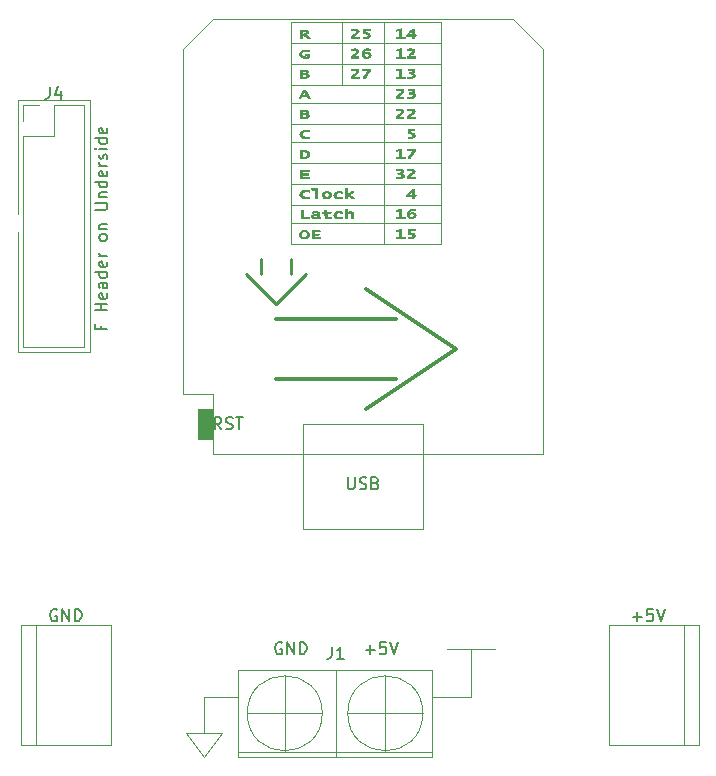
<source format=gbr>
%TF.GenerationSoftware,KiCad,Pcbnew,(5.1.9)-1*%
%TF.CreationDate,2021-04-28T16:43:29+10:00*%
%TF.ProjectId,ESP32-D1Mini-HUB75,45535033-322d-4443-914d-696e692d4855,rev?*%
%TF.SameCoordinates,Original*%
%TF.FileFunction,Legend,Top*%
%TF.FilePolarity,Positive*%
%FSLAX46Y46*%
G04 Gerber Fmt 4.6, Leading zero omitted, Abs format (unit mm)*
G04 Created by KiCad (PCBNEW (5.1.9)-1) date 2021-04-28 16:43:29*
%MOMM*%
%LPD*%
G01*
G04 APERTURE LIST*
%ADD10C,0.120000*%
%ADD11C,0.240000*%
%ADD12C,0.360000*%
%ADD13C,0.150000*%
%ADD14C,0.010000*%
%ADD15C,0.100000*%
G04 APERTURE END LIST*
D10*
X87884000Y-166624000D02*
X90678000Y-166624000D01*
X110490000Y-166624000D02*
X107188000Y-166624000D01*
D11*
X95250000Y-129540000D02*
X95250000Y-130810000D01*
X92710000Y-130810000D02*
X92710000Y-129540000D01*
X96520000Y-130810000D02*
X93980000Y-133350000D01*
X93980000Y-133350000D02*
X91440000Y-130810000D01*
D12*
X93980000Y-139700000D02*
X104140000Y-139700000D01*
X104140000Y-134620000D02*
X93980000Y-134620000D01*
X109220000Y-137160000D02*
X101600000Y-142240000D01*
X101600000Y-132080000D02*
X109220000Y-137160000D01*
D13*
X75438095Y-159266000D02*
X75342857Y-159218380D01*
X75200000Y-159218380D01*
X75057142Y-159266000D01*
X74961904Y-159361238D01*
X74914285Y-159456476D01*
X74866666Y-159646952D01*
X74866666Y-159789809D01*
X74914285Y-159980285D01*
X74961904Y-160075523D01*
X75057142Y-160170761D01*
X75200000Y-160218380D01*
X75295238Y-160218380D01*
X75438095Y-160170761D01*
X75485714Y-160123142D01*
X75485714Y-159789809D01*
X75295238Y-159789809D01*
X75914285Y-160218380D02*
X75914285Y-159218380D01*
X76485714Y-160218380D01*
X76485714Y-159218380D01*
X76961904Y-160218380D02*
X76961904Y-159218380D01*
X77200000Y-159218380D01*
X77342857Y-159266000D01*
X77438095Y-159361238D01*
X77485714Y-159456476D01*
X77533333Y-159646952D01*
X77533333Y-159789809D01*
X77485714Y-159980285D01*
X77438095Y-160075523D01*
X77342857Y-160170761D01*
X77200000Y-160218380D01*
X76961904Y-160218380D01*
X124190285Y-159837428D02*
X124952190Y-159837428D01*
X124571238Y-160218380D02*
X124571238Y-159456476D01*
X125904571Y-159218380D02*
X125428380Y-159218380D01*
X125380761Y-159694571D01*
X125428380Y-159646952D01*
X125523619Y-159599333D01*
X125761714Y-159599333D01*
X125856952Y-159646952D01*
X125904571Y-159694571D01*
X125952190Y-159789809D01*
X125952190Y-160027904D01*
X125904571Y-160123142D01*
X125856952Y-160170761D01*
X125761714Y-160218380D01*
X125523619Y-160218380D01*
X125428380Y-160170761D01*
X125380761Y-160123142D01*
X126237904Y-159218380D02*
X126571238Y-160218380D01*
X126904571Y-159218380D01*
X94488095Y-162060000D02*
X94392857Y-162012380D01*
X94250000Y-162012380D01*
X94107142Y-162060000D01*
X94011904Y-162155238D01*
X93964285Y-162250476D01*
X93916666Y-162440952D01*
X93916666Y-162583809D01*
X93964285Y-162774285D01*
X94011904Y-162869523D01*
X94107142Y-162964761D01*
X94250000Y-163012380D01*
X94345238Y-163012380D01*
X94488095Y-162964761D01*
X94535714Y-162917142D01*
X94535714Y-162583809D01*
X94345238Y-162583809D01*
X94964285Y-163012380D02*
X94964285Y-162012380D01*
X95535714Y-163012380D01*
X95535714Y-162012380D01*
X96011904Y-163012380D02*
X96011904Y-162012380D01*
X96250000Y-162012380D01*
X96392857Y-162060000D01*
X96488095Y-162155238D01*
X96535714Y-162250476D01*
X96583333Y-162440952D01*
X96583333Y-162583809D01*
X96535714Y-162774285D01*
X96488095Y-162869523D01*
X96392857Y-162964761D01*
X96250000Y-163012380D01*
X96011904Y-163012380D01*
X101584285Y-162631428D02*
X102346190Y-162631428D01*
X101965238Y-163012380D02*
X101965238Y-162250476D01*
X103298571Y-162012380D02*
X102822380Y-162012380D01*
X102774761Y-162488571D01*
X102822380Y-162440952D01*
X102917619Y-162393333D01*
X103155714Y-162393333D01*
X103250952Y-162440952D01*
X103298571Y-162488571D01*
X103346190Y-162583809D01*
X103346190Y-162821904D01*
X103298571Y-162917142D01*
X103250952Y-162964761D01*
X103155714Y-163012380D01*
X102917619Y-163012380D01*
X102822380Y-162964761D01*
X102774761Y-162917142D01*
X103631904Y-162012380D02*
X103965238Y-163012380D01*
X104298571Y-162012380D01*
D10*
X108458000Y-162560000D02*
X112522000Y-162560000D01*
X110490000Y-162560000D02*
X108458000Y-162560000D01*
X110490000Y-166624000D02*
X110490000Y-162560000D01*
X87884000Y-171704000D02*
X89408000Y-169672000D01*
X86360000Y-169672000D02*
X87884000Y-171704000D01*
X89408000Y-169672000D02*
X86360000Y-169672000D01*
X87884000Y-166624000D02*
X87884000Y-169672000D01*
D13*
X79176571Y-135190476D02*
X79176571Y-135523809D01*
X79700380Y-135523809D02*
X78700380Y-135523809D01*
X78700380Y-135047619D01*
X79700380Y-133904761D02*
X78700380Y-133904761D01*
X79176571Y-133904761D02*
X79176571Y-133333333D01*
X79700380Y-133333333D02*
X78700380Y-133333333D01*
X79652761Y-132476190D02*
X79700380Y-132571428D01*
X79700380Y-132761904D01*
X79652761Y-132857142D01*
X79557523Y-132904761D01*
X79176571Y-132904761D01*
X79081333Y-132857142D01*
X79033714Y-132761904D01*
X79033714Y-132571428D01*
X79081333Y-132476190D01*
X79176571Y-132428571D01*
X79271809Y-132428571D01*
X79367047Y-132904761D01*
X79700380Y-131571428D02*
X79176571Y-131571428D01*
X79081333Y-131619047D01*
X79033714Y-131714285D01*
X79033714Y-131904761D01*
X79081333Y-132000000D01*
X79652761Y-131571428D02*
X79700380Y-131666666D01*
X79700380Y-131904761D01*
X79652761Y-132000000D01*
X79557523Y-132047619D01*
X79462285Y-132047619D01*
X79367047Y-132000000D01*
X79319428Y-131904761D01*
X79319428Y-131666666D01*
X79271809Y-131571428D01*
X79700380Y-130666666D02*
X78700380Y-130666666D01*
X79652761Y-130666666D02*
X79700380Y-130761904D01*
X79700380Y-130952380D01*
X79652761Y-131047619D01*
X79605142Y-131095238D01*
X79509904Y-131142857D01*
X79224190Y-131142857D01*
X79128952Y-131095238D01*
X79081333Y-131047619D01*
X79033714Y-130952380D01*
X79033714Y-130761904D01*
X79081333Y-130666666D01*
X79652761Y-129809523D02*
X79700380Y-129904761D01*
X79700380Y-130095238D01*
X79652761Y-130190476D01*
X79557523Y-130238095D01*
X79176571Y-130238095D01*
X79081333Y-130190476D01*
X79033714Y-130095238D01*
X79033714Y-129904761D01*
X79081333Y-129809523D01*
X79176571Y-129761904D01*
X79271809Y-129761904D01*
X79367047Y-130238095D01*
X79700380Y-129333333D02*
X79033714Y-129333333D01*
X79224190Y-129333333D02*
X79128952Y-129285714D01*
X79081333Y-129238095D01*
X79033714Y-129142857D01*
X79033714Y-129047619D01*
X79700380Y-127809523D02*
X79652761Y-127904761D01*
X79605142Y-127952380D01*
X79509904Y-128000000D01*
X79224190Y-128000000D01*
X79128952Y-127952380D01*
X79081333Y-127904761D01*
X79033714Y-127809523D01*
X79033714Y-127666666D01*
X79081333Y-127571428D01*
X79128952Y-127523809D01*
X79224190Y-127476190D01*
X79509904Y-127476190D01*
X79605142Y-127523809D01*
X79652761Y-127571428D01*
X79700380Y-127666666D01*
X79700380Y-127809523D01*
X79033714Y-127047619D02*
X79700380Y-127047619D01*
X79128952Y-127047619D02*
X79081333Y-127000000D01*
X79033714Y-126904761D01*
X79033714Y-126761904D01*
X79081333Y-126666666D01*
X79176571Y-126619047D01*
X79700380Y-126619047D01*
X78700380Y-125380952D02*
X79509904Y-125380952D01*
X79605142Y-125333333D01*
X79652761Y-125285714D01*
X79700380Y-125190476D01*
X79700380Y-125000000D01*
X79652761Y-124904761D01*
X79605142Y-124857142D01*
X79509904Y-124809523D01*
X78700380Y-124809523D01*
X79033714Y-124333333D02*
X79700380Y-124333333D01*
X79128952Y-124333333D02*
X79081333Y-124285714D01*
X79033714Y-124190476D01*
X79033714Y-124047619D01*
X79081333Y-123952380D01*
X79176571Y-123904761D01*
X79700380Y-123904761D01*
X79700380Y-123000000D02*
X78700380Y-123000000D01*
X79652761Y-123000000D02*
X79700380Y-123095238D01*
X79700380Y-123285714D01*
X79652761Y-123380952D01*
X79605142Y-123428571D01*
X79509904Y-123476190D01*
X79224190Y-123476190D01*
X79128952Y-123428571D01*
X79081333Y-123380952D01*
X79033714Y-123285714D01*
X79033714Y-123095238D01*
X79081333Y-123000000D01*
X79652761Y-122142857D02*
X79700380Y-122238095D01*
X79700380Y-122428571D01*
X79652761Y-122523809D01*
X79557523Y-122571428D01*
X79176571Y-122571428D01*
X79081333Y-122523809D01*
X79033714Y-122428571D01*
X79033714Y-122238095D01*
X79081333Y-122142857D01*
X79176571Y-122095238D01*
X79271809Y-122095238D01*
X79367047Y-122571428D01*
X79700380Y-121666666D02*
X79033714Y-121666666D01*
X79224190Y-121666666D02*
X79128952Y-121619047D01*
X79081333Y-121571428D01*
X79033714Y-121476190D01*
X79033714Y-121380952D01*
X79652761Y-121095238D02*
X79700380Y-121000000D01*
X79700380Y-120809523D01*
X79652761Y-120714285D01*
X79557523Y-120666666D01*
X79509904Y-120666666D01*
X79414666Y-120714285D01*
X79367047Y-120809523D01*
X79367047Y-120952380D01*
X79319428Y-121047619D01*
X79224190Y-121095238D01*
X79176571Y-121095238D01*
X79081333Y-121047619D01*
X79033714Y-120952380D01*
X79033714Y-120809523D01*
X79081333Y-120714285D01*
X79700380Y-120238095D02*
X79033714Y-120238095D01*
X78700380Y-120238095D02*
X78748000Y-120285714D01*
X78795619Y-120238095D01*
X78748000Y-120190476D01*
X78700380Y-120238095D01*
X78795619Y-120238095D01*
X79700380Y-119333333D02*
X78700380Y-119333333D01*
X79652761Y-119333333D02*
X79700380Y-119428571D01*
X79700380Y-119619047D01*
X79652761Y-119714285D01*
X79605142Y-119761904D01*
X79509904Y-119809523D01*
X79224190Y-119809523D01*
X79128952Y-119761904D01*
X79081333Y-119714285D01*
X79033714Y-119619047D01*
X79033714Y-119428571D01*
X79081333Y-119333333D01*
X79652761Y-118476190D02*
X79700380Y-118571428D01*
X79700380Y-118761904D01*
X79652761Y-118857142D01*
X79557523Y-118904761D01*
X79176571Y-118904761D01*
X79081333Y-118857142D01*
X79033714Y-118761904D01*
X79033714Y-118571428D01*
X79081333Y-118476190D01*
X79176571Y-118428571D01*
X79271809Y-118428571D01*
X79367047Y-118904761D01*
D10*
X72136000Y-137414000D02*
X72136000Y-127254000D01*
X78232000Y-137414000D02*
X72136000Y-137414000D01*
X78232000Y-137160000D02*
X78232000Y-137414000D01*
X78232000Y-116078000D02*
X78232000Y-137160000D01*
X72136000Y-116078000D02*
X78232000Y-116078000D01*
X72136000Y-125730000D02*
X72136000Y-116078000D01*
%TO.C,J1*%
X107188000Y-171704000D02*
X90805000Y-171680000D01*
X90805000Y-171680000D02*
X90805000Y-164338000D01*
X90805000Y-164338000D02*
X107188000Y-164338000D01*
X107188000Y-164338000D02*
X107188000Y-171680000D01*
X99060000Y-171680000D02*
X99060000Y-164338000D01*
X94742000Y-171196000D02*
X94742000Y-164846000D01*
X97917000Y-168021000D02*
G75*
G03*
X97917000Y-168021000I-3175000J0D01*
G01*
X97917000Y-168021000D02*
X91567000Y-168021000D01*
X103251000Y-171196000D02*
X103251000Y-164846000D01*
X106426000Y-168021000D02*
G75*
G03*
X106426000Y-168021000I-3175000J0D01*
G01*
X106426000Y-168021000D02*
X100076000Y-168021000D01*
X107188000Y-171323000D02*
X90805000Y-171323000D01*
%TO.C,Ref\u002A\u002A*%
X107950000Y-128270000D02*
X107950000Y-109474000D01*
X95250000Y-128270000D02*
X107950000Y-128270000D01*
X95250000Y-109474000D02*
X95250000Y-128270000D01*
X99568000Y-109474000D02*
X99568000Y-114808000D01*
X103124000Y-109474000D02*
X103124000Y-128270000D01*
X107950000Y-126492000D02*
X95250000Y-126492000D01*
X107950000Y-124968000D02*
X107950000Y-126492000D01*
X107696000Y-124968000D02*
X107950000Y-124968000D01*
X95250000Y-124968000D02*
X107696000Y-124968000D01*
X95250000Y-123190000D02*
X95250000Y-124968000D01*
X107950000Y-123190000D02*
X95250000Y-123190000D01*
X107950000Y-121412000D02*
X107950000Y-123190000D01*
X95250000Y-121412000D02*
X107950000Y-121412000D01*
X95250000Y-119634000D02*
X95250000Y-121412000D01*
X107950000Y-119634000D02*
X95250000Y-119634000D01*
X107950000Y-118110000D02*
X107950000Y-119634000D01*
X95250000Y-118110000D02*
X107950000Y-118110000D01*
X95250000Y-116332000D02*
X95250000Y-118110000D01*
X107950000Y-116332000D02*
X95250000Y-116332000D01*
X107950000Y-114808000D02*
X107950000Y-116332000D01*
X95250000Y-114808000D02*
X107950000Y-114808000D01*
X95250000Y-113030000D02*
X95250000Y-114808000D01*
X107950000Y-113030000D02*
X95250000Y-113030000D01*
X107950000Y-111252000D02*
X107950000Y-113030000D01*
X95250000Y-111252000D02*
X107950000Y-111252000D01*
X95250000Y-109474000D02*
X95250000Y-112014000D01*
X107950000Y-128270000D02*
X95250000Y-128270000D01*
X95250000Y-109474000D02*
X107950000Y-109474000D01*
D14*
G36*
X105664000Y-110532333D02*
G01*
X105738083Y-110532333D01*
X105788183Y-110536287D01*
X105808693Y-110554078D01*
X105812167Y-110585250D01*
X105806631Y-110621035D01*
X105781724Y-110635685D01*
X105738083Y-110638167D01*
X105692563Y-110640200D01*
X105671008Y-110653981D01*
X105664457Y-110691030D01*
X105664000Y-110733417D01*
X105664000Y-110828667D01*
X105494667Y-110828667D01*
X105494667Y-110638167D01*
X105029000Y-110638167D01*
X105029000Y-110579371D01*
X105034619Y-110550856D01*
X105054269Y-110515943D01*
X105055014Y-110515032D01*
X105209975Y-110515032D01*
X105219185Y-110523346D01*
X105261941Y-110529475D01*
X105329468Y-110532272D01*
X105342267Y-110532333D01*
X105494667Y-110532333D01*
X105494667Y-110250723D01*
X105362375Y-110374227D01*
X105299608Y-110432660D01*
X105247663Y-110480718D01*
X105215116Y-110510476D01*
X105209975Y-110515032D01*
X105055014Y-110515032D01*
X105092142Y-110469678D01*
X105152426Y-110407110D01*
X105239313Y-110323288D01*
X105270805Y-110293621D01*
X105364722Y-110206378D01*
X105434416Y-110144574D01*
X105485837Y-110103955D01*
X105524934Y-110080267D01*
X105557660Y-110069257D01*
X105588305Y-110066667D01*
X105664000Y-110066667D01*
X105664000Y-110532333D01*
G37*
X105664000Y-110532333D02*
X105738083Y-110532333D01*
X105788183Y-110536287D01*
X105808693Y-110554078D01*
X105812167Y-110585250D01*
X105806631Y-110621035D01*
X105781724Y-110635685D01*
X105738083Y-110638167D01*
X105692563Y-110640200D01*
X105671008Y-110653981D01*
X105664457Y-110691030D01*
X105664000Y-110733417D01*
X105664000Y-110828667D01*
X105494667Y-110828667D01*
X105494667Y-110638167D01*
X105029000Y-110638167D01*
X105029000Y-110579371D01*
X105034619Y-110550856D01*
X105054269Y-110515943D01*
X105055014Y-110515032D01*
X105209975Y-110515032D01*
X105219185Y-110523346D01*
X105261941Y-110529475D01*
X105329468Y-110532272D01*
X105342267Y-110532333D01*
X105494667Y-110532333D01*
X105494667Y-110250723D01*
X105362375Y-110374227D01*
X105299608Y-110432660D01*
X105247663Y-110480718D01*
X105215116Y-110510476D01*
X105209975Y-110515032D01*
X105055014Y-110515032D01*
X105092142Y-110469678D01*
X105152426Y-110407110D01*
X105239313Y-110323288D01*
X105270805Y-110293621D01*
X105364722Y-110206378D01*
X105434416Y-110144574D01*
X105485837Y-110103955D01*
X105524934Y-110080267D01*
X105557660Y-110069257D01*
X105588305Y-110066667D01*
X105664000Y-110066667D01*
X105664000Y-110532333D01*
G36*
X104605667Y-110744000D02*
G01*
X104753833Y-110744000D01*
X104831699Y-110745142D01*
X104876308Y-110750292D01*
X104896710Y-110762038D01*
X104901959Y-110782963D01*
X104902000Y-110786333D01*
X104900195Y-110801383D01*
X104890950Y-110812368D01*
X104868517Y-110819926D01*
X104827149Y-110824696D01*
X104761098Y-110827317D01*
X104664618Y-110828428D01*
X104531961Y-110828666D01*
X104521000Y-110828667D01*
X104385551Y-110828466D01*
X104286689Y-110827439D01*
X104218664Y-110824946D01*
X104175731Y-110820350D01*
X104152141Y-110813011D01*
X104142148Y-110802291D01*
X104140004Y-110787551D01*
X104140000Y-110786333D01*
X104143997Y-110764086D01*
X104162024Y-110751340D01*
X104203132Y-110745511D01*
X104276372Y-110744012D01*
X104288167Y-110744000D01*
X104436333Y-110744000D01*
X104436333Y-110179211D01*
X104335792Y-110195760D01*
X104242764Y-110209355D01*
X104183922Y-110212654D01*
X104152222Y-110204969D01*
X104140619Y-110185610D01*
X104140000Y-110176604D01*
X104147302Y-110156394D01*
X104174059Y-110139565D01*
X104227544Y-110123202D01*
X104315031Y-110104392D01*
X104325208Y-110102404D01*
X104414608Y-110084636D01*
X104492738Y-110068381D01*
X104546786Y-110056332D01*
X104558042Y-110053498D01*
X104605667Y-110040562D01*
X104605667Y-110744000D01*
G37*
X104605667Y-110744000D02*
X104753833Y-110744000D01*
X104831699Y-110745142D01*
X104876308Y-110750292D01*
X104896710Y-110762038D01*
X104901959Y-110782963D01*
X104902000Y-110786333D01*
X104900195Y-110801383D01*
X104890950Y-110812368D01*
X104868517Y-110819926D01*
X104827149Y-110824696D01*
X104761098Y-110827317D01*
X104664618Y-110828428D01*
X104531961Y-110828666D01*
X104521000Y-110828667D01*
X104385551Y-110828466D01*
X104286689Y-110827439D01*
X104218664Y-110824946D01*
X104175731Y-110820350D01*
X104152141Y-110813011D01*
X104142148Y-110802291D01*
X104140004Y-110787551D01*
X104140000Y-110786333D01*
X104143997Y-110764086D01*
X104162024Y-110751340D01*
X104203132Y-110745511D01*
X104276372Y-110744012D01*
X104288167Y-110744000D01*
X104436333Y-110744000D01*
X104436333Y-110179211D01*
X104335792Y-110195760D01*
X104242764Y-110209355D01*
X104183922Y-110212654D01*
X104152222Y-110204969D01*
X104140619Y-110185610D01*
X104140000Y-110176604D01*
X104147302Y-110156394D01*
X104174059Y-110139565D01*
X104227544Y-110123202D01*
X104315031Y-110104392D01*
X104325208Y-110102404D01*
X104414608Y-110084636D01*
X104492738Y-110068381D01*
X104546786Y-110056332D01*
X104558042Y-110053498D01*
X104605667Y-110040562D01*
X104605667Y-110744000D01*
G36*
X100712344Y-110052719D02*
G01*
X100833499Y-110081436D01*
X100924283Y-110137763D01*
X100930416Y-110143689D01*
X100976840Y-110207668D01*
X100986910Y-110272680D01*
X100959549Y-110341062D01*
X100893684Y-110415153D01*
X100788238Y-110497292D01*
X100758559Y-110517379D01*
X100683140Y-110570031D01*
X100615485Y-110621941D01*
X100568700Y-110662977D01*
X100564435Y-110667415D01*
X100513121Y-110722833D01*
X100986167Y-110722833D01*
X100986167Y-110828667D01*
X100308833Y-110828667D01*
X100308833Y-110780046D01*
X100326661Y-110730258D01*
X100380634Y-110664984D01*
X100471480Y-110583495D01*
X100599931Y-110485065D01*
X100618804Y-110471436D01*
X100688601Y-110418686D01*
X100744611Y-110371442D01*
X100777946Y-110337394D01*
X100782846Y-110329448D01*
X100794129Y-110255748D01*
X100765532Y-110195281D01*
X100753780Y-110183488D01*
X100722816Y-110162949D01*
X100680805Y-110153569D01*
X100615532Y-110153581D01*
X100568572Y-110156694D01*
X100489751Y-110164563D01*
X100424245Y-110174234D01*
X100388208Y-110183002D01*
X100360510Y-110186007D01*
X100351430Y-110157334D01*
X100351167Y-110145279D01*
X100356863Y-110109928D01*
X100378799Y-110085725D01*
X100424240Y-110069472D01*
X100500456Y-110057969D01*
X100562833Y-110052113D01*
X100712344Y-110052719D01*
G37*
X100712344Y-110052719D02*
X100833499Y-110081436D01*
X100924283Y-110137763D01*
X100930416Y-110143689D01*
X100976840Y-110207668D01*
X100986910Y-110272680D01*
X100959549Y-110341062D01*
X100893684Y-110415153D01*
X100788238Y-110497292D01*
X100758559Y-110517379D01*
X100683140Y-110570031D01*
X100615485Y-110621941D01*
X100568700Y-110662977D01*
X100564435Y-110667415D01*
X100513121Y-110722833D01*
X100986167Y-110722833D01*
X100986167Y-110828667D01*
X100308833Y-110828667D01*
X100308833Y-110780046D01*
X100326661Y-110730258D01*
X100380634Y-110664984D01*
X100471480Y-110583495D01*
X100599931Y-110485065D01*
X100618804Y-110471436D01*
X100688601Y-110418686D01*
X100744611Y-110371442D01*
X100777946Y-110337394D01*
X100782846Y-110329448D01*
X100794129Y-110255748D01*
X100765532Y-110195281D01*
X100753780Y-110183488D01*
X100722816Y-110162949D01*
X100680805Y-110153569D01*
X100615532Y-110153581D01*
X100568572Y-110156694D01*
X100489751Y-110164563D01*
X100424245Y-110174234D01*
X100388208Y-110183002D01*
X100360510Y-110186007D01*
X100351430Y-110157334D01*
X100351167Y-110145279D01*
X100356863Y-110109928D01*
X100378799Y-110085725D01*
X100424240Y-110069472D01*
X100500456Y-110057969D01*
X100562833Y-110052113D01*
X100712344Y-110052719D01*
G36*
X96432754Y-110175627D02*
G01*
X96544208Y-110186299D01*
X96623037Y-110206448D01*
X96673908Y-110238007D01*
X96701489Y-110282910D01*
X96710447Y-110343089D01*
X96710500Y-110349143D01*
X96691170Y-110402940D01*
X96637047Y-110462408D01*
X96553932Y-110521203D01*
X96552296Y-110522163D01*
X96539258Y-110535341D01*
X96543787Y-110554606D01*
X96570172Y-110585362D01*
X96622701Y-110633008D01*
X96676460Y-110678583D01*
X96744463Y-110736240D01*
X96798265Y-110783221D01*
X96830914Y-110813377D01*
X96837500Y-110821045D01*
X96818486Y-110825462D01*
X96770048Y-110828213D01*
X96735434Y-110828667D01*
X96684041Y-110826465D01*
X96641970Y-110816185D01*
X96598423Y-110792315D01*
X96542598Y-110749343D01*
X96486726Y-110701739D01*
X96407515Y-110636425D01*
X96348799Y-110596913D01*
X96302059Y-110578180D01*
X96271292Y-110574739D01*
X96202500Y-110574667D01*
X96202500Y-110828667D01*
X96033167Y-110828667D01*
X96033167Y-110468833D01*
X96202500Y-110468833D01*
X96284008Y-110468833D01*
X96358774Y-110462352D01*
X96429100Y-110446631D01*
X96432621Y-110445440D01*
X96496786Y-110410611D01*
X96526114Y-110366078D01*
X96517144Y-110317662D01*
X96512626Y-110310893D01*
X96478290Y-110286660D01*
X96413128Y-110270446D01*
X96344113Y-110262738D01*
X96202500Y-110251371D01*
X96202500Y-110468833D01*
X96033167Y-110468833D01*
X96033167Y-110172500D01*
X96284008Y-110172500D01*
X96432754Y-110175627D01*
G37*
X96432754Y-110175627D02*
X96544208Y-110186299D01*
X96623037Y-110206448D01*
X96673908Y-110238007D01*
X96701489Y-110282910D01*
X96710447Y-110343089D01*
X96710500Y-110349143D01*
X96691170Y-110402940D01*
X96637047Y-110462408D01*
X96553932Y-110521203D01*
X96552296Y-110522163D01*
X96539258Y-110535341D01*
X96543787Y-110554606D01*
X96570172Y-110585362D01*
X96622701Y-110633008D01*
X96676460Y-110678583D01*
X96744463Y-110736240D01*
X96798265Y-110783221D01*
X96830914Y-110813377D01*
X96837500Y-110821045D01*
X96818486Y-110825462D01*
X96770048Y-110828213D01*
X96735434Y-110828667D01*
X96684041Y-110826465D01*
X96641970Y-110816185D01*
X96598423Y-110792315D01*
X96542598Y-110749343D01*
X96486726Y-110701739D01*
X96407515Y-110636425D01*
X96348799Y-110596913D01*
X96302059Y-110578180D01*
X96271292Y-110574739D01*
X96202500Y-110574667D01*
X96202500Y-110828667D01*
X96033167Y-110828667D01*
X96033167Y-110468833D01*
X96202500Y-110468833D01*
X96284008Y-110468833D01*
X96358774Y-110462352D01*
X96429100Y-110446631D01*
X96432621Y-110445440D01*
X96496786Y-110410611D01*
X96526114Y-110366078D01*
X96517144Y-110317662D01*
X96512626Y-110310893D01*
X96478290Y-110286660D01*
X96413128Y-110270446D01*
X96344113Y-110262738D01*
X96202500Y-110251371D01*
X96202500Y-110468833D01*
X96033167Y-110468833D01*
X96033167Y-110172500D01*
X96284008Y-110172500D01*
X96432754Y-110175627D01*
G36*
X101917500Y-110119583D02*
G01*
X101916103Y-110144098D01*
X101906628Y-110159558D01*
X101881143Y-110168052D01*
X101831721Y-110171666D01*
X101750430Y-110172486D01*
X101716417Y-110172500D01*
X101515333Y-110172500D01*
X101515333Y-110255870D01*
X101517220Y-110306275D01*
X101530251Y-110332703D01*
X101565477Y-110346007D01*
X101615523Y-110354264D01*
X101748309Y-110386488D01*
X101847761Y-110437442D01*
X101911734Y-110505466D01*
X101938083Y-110588896D01*
X101938667Y-110604561D01*
X101919467Y-110691673D01*
X101864071Y-110761509D01*
X101775786Y-110812018D01*
X101657917Y-110841145D01*
X101547083Y-110847697D01*
X101469128Y-110845640D01*
X101406510Y-110841400D01*
X101372643Y-110835888D01*
X101372458Y-110835815D01*
X101352206Y-110808806D01*
X101346000Y-110772560D01*
X101353043Y-110734634D01*
X101378709Y-110729696D01*
X101383042Y-110730862D01*
X101497112Y-110752754D01*
X101598585Y-110750209D01*
X101680023Y-110724782D01*
X101733987Y-110678029D01*
X101745747Y-110654982D01*
X101752318Y-110586794D01*
X101721775Y-110528298D01*
X101658913Y-110483210D01*
X101568527Y-110455246D01*
X101478292Y-110447699D01*
X101367167Y-110447667D01*
X101367167Y-110066667D01*
X101917500Y-110066667D01*
X101917500Y-110119583D01*
G37*
X101917500Y-110119583D02*
X101916103Y-110144098D01*
X101906628Y-110159558D01*
X101881143Y-110168052D01*
X101831721Y-110171666D01*
X101750430Y-110172486D01*
X101716417Y-110172500D01*
X101515333Y-110172500D01*
X101515333Y-110255870D01*
X101517220Y-110306275D01*
X101530251Y-110332703D01*
X101565477Y-110346007D01*
X101615523Y-110354264D01*
X101748309Y-110386488D01*
X101847761Y-110437442D01*
X101911734Y-110505466D01*
X101938083Y-110588896D01*
X101938667Y-110604561D01*
X101919467Y-110691673D01*
X101864071Y-110761509D01*
X101775786Y-110812018D01*
X101657917Y-110841145D01*
X101547083Y-110847697D01*
X101469128Y-110845640D01*
X101406510Y-110841400D01*
X101372643Y-110835888D01*
X101372458Y-110835815D01*
X101352206Y-110808806D01*
X101346000Y-110772560D01*
X101353043Y-110734634D01*
X101378709Y-110729696D01*
X101383042Y-110730862D01*
X101497112Y-110752754D01*
X101598585Y-110750209D01*
X101680023Y-110724782D01*
X101733987Y-110678029D01*
X101745747Y-110654982D01*
X101752318Y-110586794D01*
X101721775Y-110528298D01*
X101658913Y-110483210D01*
X101568527Y-110455246D01*
X101478292Y-110447699D01*
X101367167Y-110447667D01*
X101367167Y-110066667D01*
X101917500Y-110066667D01*
X101917500Y-110119583D01*
G36*
X105512900Y-111739542D02*
G01*
X105604543Y-111767331D01*
X105672612Y-111805496D01*
X105694763Y-111828514D01*
X105722796Y-111900405D01*
X105723319Y-111982764D01*
X105705708Y-112036335D01*
X105678759Y-112066460D01*
X105625921Y-112111296D01*
X105556974Y-112162758D01*
X105531083Y-112180679D01*
X105453975Y-112235341D01*
X105384688Y-112288641D01*
X105335407Y-112331092D01*
X105326935Y-112339652D01*
X105275621Y-112395000D01*
X105727500Y-112395000D01*
X105727500Y-112522000D01*
X105071333Y-112522000D01*
X105071333Y-112462907D01*
X105090718Y-112404418D01*
X105147787Y-112331915D01*
X105240907Y-112247084D01*
X105368449Y-112151611D01*
X105380602Y-112143212D01*
X105475775Y-112067427D01*
X105533227Y-111997791D01*
X105552382Y-111936192D01*
X105532662Y-111884521D01*
X105473489Y-111844667D01*
X105472036Y-111844060D01*
X105406622Y-111830558D01*
X105316686Y-111829310D01*
X105218034Y-111839703D01*
X105140125Y-111856943D01*
X105104786Y-111860754D01*
X105093138Y-111836129D01*
X105092500Y-111817680D01*
X105095917Y-111788158D01*
X105111180Y-111767594D01*
X105145803Y-111752838D01*
X105207303Y-111740738D01*
X105303194Y-111728143D01*
X105307204Y-111727661D01*
X105409761Y-111725271D01*
X105512900Y-111739542D01*
G37*
X105512900Y-111739542D02*
X105604543Y-111767331D01*
X105672612Y-111805496D01*
X105694763Y-111828514D01*
X105722796Y-111900405D01*
X105723319Y-111982764D01*
X105705708Y-112036335D01*
X105678759Y-112066460D01*
X105625921Y-112111296D01*
X105556974Y-112162758D01*
X105531083Y-112180679D01*
X105453975Y-112235341D01*
X105384688Y-112288641D01*
X105335407Y-112331092D01*
X105326935Y-112339652D01*
X105275621Y-112395000D01*
X105727500Y-112395000D01*
X105727500Y-112522000D01*
X105071333Y-112522000D01*
X105071333Y-112462907D01*
X105090718Y-112404418D01*
X105147787Y-112331915D01*
X105240907Y-112247084D01*
X105368449Y-112151611D01*
X105380602Y-112143212D01*
X105475775Y-112067427D01*
X105533227Y-111997791D01*
X105552382Y-111936192D01*
X105532662Y-111884521D01*
X105473489Y-111844667D01*
X105472036Y-111844060D01*
X105406622Y-111830558D01*
X105316686Y-111829310D01*
X105218034Y-111839703D01*
X105140125Y-111856943D01*
X105104786Y-111860754D01*
X105093138Y-111836129D01*
X105092500Y-111817680D01*
X105095917Y-111788158D01*
X105111180Y-111767594D01*
X105145803Y-111752838D01*
X105207303Y-111740738D01*
X105303194Y-111728143D01*
X105307204Y-111727661D01*
X105409761Y-111725271D01*
X105512900Y-111739542D01*
G36*
X104605667Y-112416167D02*
G01*
X104753833Y-112416167D01*
X104831242Y-112416945D01*
X104875545Y-112421475D01*
X104895966Y-112433053D01*
X104901730Y-112454973D01*
X104902000Y-112469083D01*
X104902000Y-112522000D01*
X104140000Y-112522000D01*
X104140000Y-112469083D01*
X104142179Y-112441437D01*
X104154865Y-112425615D01*
X104187283Y-112418321D01*
X104248658Y-112416263D01*
X104288167Y-112416167D01*
X104436333Y-112416167D01*
X104436333Y-112141000D01*
X104436619Y-112024984D01*
X104434454Y-111945359D01*
X104425309Y-111896233D01*
X104404650Y-111871714D01*
X104367948Y-111865911D01*
X104310670Y-111872932D01*
X104239488Y-111885066D01*
X104179014Y-111893615D01*
X104150070Y-111891203D01*
X104142639Y-111875002D01*
X104144238Y-111858184D01*
X104152309Y-111837692D01*
X104174547Y-111820885D01*
X104218146Y-111805029D01*
X104290298Y-111787385D01*
X104378125Y-111769204D01*
X104605667Y-111723815D01*
X104605667Y-112416167D01*
G37*
X104605667Y-112416167D02*
X104753833Y-112416167D01*
X104831242Y-112416945D01*
X104875545Y-112421475D01*
X104895966Y-112433053D01*
X104901730Y-112454973D01*
X104902000Y-112469083D01*
X104902000Y-112522000D01*
X104140000Y-112522000D01*
X104140000Y-112469083D01*
X104142179Y-112441437D01*
X104154865Y-112425615D01*
X104187283Y-112418321D01*
X104248658Y-112416263D01*
X104288167Y-112416167D01*
X104436333Y-112416167D01*
X104436333Y-112141000D01*
X104436619Y-112024984D01*
X104434454Y-111945359D01*
X104425309Y-111896233D01*
X104404650Y-111871714D01*
X104367948Y-111865911D01*
X104310670Y-111872932D01*
X104239488Y-111885066D01*
X104179014Y-111893615D01*
X104150070Y-111891203D01*
X104142639Y-111875002D01*
X104144238Y-111858184D01*
X104152309Y-111837692D01*
X104174547Y-111820885D01*
X104218146Y-111805029D01*
X104290298Y-111787385D01*
X104378125Y-111769204D01*
X104605667Y-111723815D01*
X104605667Y-112416167D01*
G36*
X101826077Y-111732475D02*
G01*
X101895289Y-111743786D01*
X101932270Y-111756715D01*
X101946931Y-111776896D01*
X101949250Y-111802464D01*
X101940135Y-111842374D01*
X101917500Y-111847815D01*
X101879503Y-111841764D01*
X101815968Y-111834198D01*
X101767984Y-111829358D01*
X101646734Y-111833322D01*
X101551809Y-111870063D01*
X101483842Y-111939176D01*
X101443962Y-112038077D01*
X101431055Y-112093905D01*
X101509420Y-112053952D01*
X101624287Y-112017465D01*
X101743878Y-112017961D01*
X101857196Y-112053905D01*
X101943958Y-112114557D01*
X101991706Y-112185927D01*
X102004699Y-112267885D01*
X101985503Y-112351043D01*
X101936686Y-112426009D01*
X101860815Y-112483396D01*
X101840542Y-112492815D01*
X101760831Y-112513037D01*
X101660605Y-112520715D01*
X101557366Y-112516107D01*
X101468617Y-112499474D01*
X101435285Y-112486798D01*
X101350600Y-112426081D01*
X101295606Y-112340050D01*
X101284107Y-112292110D01*
X101459736Y-112292110D01*
X101492370Y-112355970D01*
X101548660Y-112403911D01*
X101619453Y-112430754D01*
X101695593Y-112431318D01*
X101767925Y-112400422D01*
X101774460Y-112395510D01*
X101826436Y-112337777D01*
X101838796Y-112272909D01*
X101821061Y-112208824D01*
X101778069Y-112152754D01*
X101713362Y-112119314D01*
X101638236Y-112108233D01*
X101563982Y-112119240D01*
X101501895Y-112152061D01*
X101463267Y-112206426D01*
X101459915Y-112217513D01*
X101459736Y-112292110D01*
X101284107Y-112292110D01*
X101267896Y-112224535D01*
X101265016Y-112191619D01*
X101266890Y-112063663D01*
X101293259Y-111962375D01*
X101347608Y-111877669D01*
X101387436Y-111837411D01*
X101493501Y-111769391D01*
X101624231Y-111732089D01*
X101773749Y-111726913D01*
X101826077Y-111732475D01*
G37*
X101826077Y-111732475D02*
X101895289Y-111743786D01*
X101932270Y-111756715D01*
X101946931Y-111776896D01*
X101949250Y-111802464D01*
X101940135Y-111842374D01*
X101917500Y-111847815D01*
X101879503Y-111841764D01*
X101815968Y-111834198D01*
X101767984Y-111829358D01*
X101646734Y-111833322D01*
X101551809Y-111870063D01*
X101483842Y-111939176D01*
X101443962Y-112038077D01*
X101431055Y-112093905D01*
X101509420Y-112053952D01*
X101624287Y-112017465D01*
X101743878Y-112017961D01*
X101857196Y-112053905D01*
X101943958Y-112114557D01*
X101991706Y-112185927D01*
X102004699Y-112267885D01*
X101985503Y-112351043D01*
X101936686Y-112426009D01*
X101860815Y-112483396D01*
X101840542Y-112492815D01*
X101760831Y-112513037D01*
X101660605Y-112520715D01*
X101557366Y-112516107D01*
X101468617Y-112499474D01*
X101435285Y-112486798D01*
X101350600Y-112426081D01*
X101295606Y-112340050D01*
X101284107Y-112292110D01*
X101459736Y-112292110D01*
X101492370Y-112355970D01*
X101548660Y-112403911D01*
X101619453Y-112430754D01*
X101695593Y-112431318D01*
X101767925Y-112400422D01*
X101774460Y-112395510D01*
X101826436Y-112337777D01*
X101838796Y-112272909D01*
X101821061Y-112208824D01*
X101778069Y-112152754D01*
X101713362Y-112119314D01*
X101638236Y-112108233D01*
X101563982Y-112119240D01*
X101501895Y-112152061D01*
X101463267Y-112206426D01*
X101459915Y-112217513D01*
X101459736Y-112292110D01*
X101284107Y-112292110D01*
X101267896Y-112224535D01*
X101265016Y-112191619D01*
X101266890Y-112063663D01*
X101293259Y-111962375D01*
X101347608Y-111877669D01*
X101387436Y-111837411D01*
X101493501Y-111769391D01*
X101624231Y-111732089D01*
X101773749Y-111726913D01*
X101826077Y-111732475D01*
G36*
X100783404Y-111744973D02*
G01*
X100886254Y-111786240D01*
X100953132Y-111849255D01*
X100982637Y-111913662D01*
X100978229Y-111977989D01*
X100938164Y-112045403D01*
X100860698Y-112119072D01*
X100767242Y-112186907D01*
X100661149Y-112261033D01*
X100587421Y-112319655D01*
X100548020Y-112361123D01*
X100541667Y-112376782D01*
X100561357Y-112384277D01*
X100614528Y-112391293D01*
X100692328Y-112396904D01*
X100758625Y-112399551D01*
X100856094Y-112402601D01*
X100918873Y-112406609D01*
X100954594Y-112413646D01*
X100970886Y-112425786D01*
X100975378Y-112445102D01*
X100975583Y-112458500D01*
X100975583Y-112511417D01*
X100656849Y-112517238D01*
X100544691Y-112518344D01*
X100447821Y-112517518D01*
X100373992Y-112514965D01*
X100330955Y-112510890D01*
X100323474Y-112508418D01*
X100308045Y-112465776D01*
X100323711Y-112409055D01*
X100367121Y-112348783D01*
X100377625Y-112338367D01*
X100427434Y-112295360D01*
X100498762Y-112238684D01*
X100578344Y-112178796D01*
X100600144Y-112162987D01*
X100671780Y-112108919D01*
X100730918Y-112059485D01*
X100768170Y-112022722D01*
X100774769Y-112013498D01*
X100796479Y-111942344D01*
X100780794Y-111885873D01*
X100730975Y-111846966D01*
X100650283Y-111828507D01*
X100567447Y-111830216D01*
X100491521Y-111839614D01*
X100426521Y-111850354D01*
X100398792Y-111856729D01*
X100363719Y-111860822D01*
X100351922Y-111836873D01*
X100351167Y-111816344D01*
X100358031Y-111778509D01*
X100386425Y-111757072D01*
X100430542Y-111745084D01*
X100495430Y-111736258D01*
X100581109Y-111730855D01*
X100647500Y-111729967D01*
X100783404Y-111744973D01*
G37*
X100783404Y-111744973D02*
X100886254Y-111786240D01*
X100953132Y-111849255D01*
X100982637Y-111913662D01*
X100978229Y-111977989D01*
X100938164Y-112045403D01*
X100860698Y-112119072D01*
X100767242Y-112186907D01*
X100661149Y-112261033D01*
X100587421Y-112319655D01*
X100548020Y-112361123D01*
X100541667Y-112376782D01*
X100561357Y-112384277D01*
X100614528Y-112391293D01*
X100692328Y-112396904D01*
X100758625Y-112399551D01*
X100856094Y-112402601D01*
X100918873Y-112406609D01*
X100954594Y-112413646D01*
X100970886Y-112425786D01*
X100975378Y-112445102D01*
X100975583Y-112458500D01*
X100975583Y-112511417D01*
X100656849Y-112517238D01*
X100544691Y-112518344D01*
X100447821Y-112517518D01*
X100373992Y-112514965D01*
X100330955Y-112510890D01*
X100323474Y-112508418D01*
X100308045Y-112465776D01*
X100323711Y-112409055D01*
X100367121Y-112348783D01*
X100377625Y-112338367D01*
X100427434Y-112295360D01*
X100498762Y-112238684D01*
X100578344Y-112178796D01*
X100600144Y-112162987D01*
X100671780Y-112108919D01*
X100730918Y-112059485D01*
X100768170Y-112022722D01*
X100774769Y-112013498D01*
X100796479Y-111942344D01*
X100780794Y-111885873D01*
X100730975Y-111846966D01*
X100650283Y-111828507D01*
X100567447Y-111830216D01*
X100491521Y-111839614D01*
X100426521Y-111850354D01*
X100398792Y-111856729D01*
X100363719Y-111860822D01*
X100351922Y-111836873D01*
X100351167Y-111816344D01*
X100358031Y-111778509D01*
X100386425Y-111757072D01*
X100430542Y-111745084D01*
X100495430Y-111736258D01*
X100581109Y-111730855D01*
X100647500Y-111729967D01*
X100783404Y-111744973D01*
G36*
X96580044Y-111831339D02*
G01*
X96671316Y-111840053D01*
X96728340Y-111849961D01*
X96759123Y-111864817D01*
X96771672Y-111888376D01*
X96774000Y-111922264D01*
X96768373Y-111960015D01*
X96746407Y-111964280D01*
X96736958Y-111960834D01*
X96677861Y-111946437D01*
X96592440Y-111937288D01*
X96496432Y-111933825D01*
X96405571Y-111936485D01*
X96335594Y-111945705D01*
X96322506Y-111949315D01*
X96237334Y-111994716D01*
X96176655Y-112061411D01*
X96144503Y-112140255D01*
X96144915Y-112222107D01*
X96173554Y-112286747D01*
X96233776Y-112341797D01*
X96322647Y-112384880D01*
X96427011Y-112410695D01*
X96493542Y-112415702D01*
X96604667Y-112416167D01*
X96604667Y-112342083D01*
X96602103Y-112294650D01*
X96586277Y-112273571D01*
X96544983Y-112268165D01*
X96520000Y-112268000D01*
X96464608Y-112264450D01*
X96440127Y-112250101D01*
X96435333Y-112225667D01*
X96438868Y-112204574D01*
X96455151Y-112191933D01*
X96492697Y-112185614D01*
X96560020Y-112183489D01*
X96604667Y-112183333D01*
X96774000Y-112183333D01*
X96774000Y-112495542D01*
X96707854Y-112508771D01*
X96626178Y-112518175D01*
X96522100Y-112520696D01*
X96411505Y-112516905D01*
X96310273Y-112507372D01*
X96234286Y-112492668D01*
X96230858Y-112491628D01*
X96112489Y-112439546D01*
X96028850Y-112366830D01*
X95979499Y-112279563D01*
X95958126Y-112174046D01*
X95974951Y-112077635D01*
X96026321Y-111993056D01*
X96108585Y-111923034D01*
X96218090Y-111870296D01*
X96351183Y-111837567D01*
X96504214Y-111827573D01*
X96580044Y-111831339D01*
G37*
X96580044Y-111831339D02*
X96671316Y-111840053D01*
X96728340Y-111849961D01*
X96759123Y-111864817D01*
X96771672Y-111888376D01*
X96774000Y-111922264D01*
X96768373Y-111960015D01*
X96746407Y-111964280D01*
X96736958Y-111960834D01*
X96677861Y-111946437D01*
X96592440Y-111937288D01*
X96496432Y-111933825D01*
X96405571Y-111936485D01*
X96335594Y-111945705D01*
X96322506Y-111949315D01*
X96237334Y-111994716D01*
X96176655Y-112061411D01*
X96144503Y-112140255D01*
X96144915Y-112222107D01*
X96173554Y-112286747D01*
X96233776Y-112341797D01*
X96322647Y-112384880D01*
X96427011Y-112410695D01*
X96493542Y-112415702D01*
X96604667Y-112416167D01*
X96604667Y-112342083D01*
X96602103Y-112294650D01*
X96586277Y-112273571D01*
X96544983Y-112268165D01*
X96520000Y-112268000D01*
X96464608Y-112264450D01*
X96440127Y-112250101D01*
X96435333Y-112225667D01*
X96438868Y-112204574D01*
X96455151Y-112191933D01*
X96492697Y-112185614D01*
X96560020Y-112183489D01*
X96604667Y-112183333D01*
X96774000Y-112183333D01*
X96774000Y-112495542D01*
X96707854Y-112508771D01*
X96626178Y-112518175D01*
X96522100Y-112520696D01*
X96411505Y-112516905D01*
X96310273Y-112507372D01*
X96234286Y-112492668D01*
X96230858Y-112491628D01*
X96112489Y-112439546D01*
X96028850Y-112366830D01*
X95979499Y-112279563D01*
X95958126Y-112174046D01*
X95974951Y-112077635D01*
X96026321Y-111993056D01*
X96108585Y-111923034D01*
X96218090Y-111870296D01*
X96351183Y-111837567D01*
X96504214Y-111827573D01*
X96580044Y-111831339D01*
G36*
X104586931Y-113438691D02*
G01*
X104595264Y-113461969D01*
X104600799Y-113507553D01*
X104604034Y-113580999D01*
X104605465Y-113687860D01*
X104605667Y-113770833D01*
X104605667Y-114109500D01*
X104753833Y-114109500D01*
X104831242Y-114110278D01*
X104875545Y-114114809D01*
X104895966Y-114126387D01*
X104901730Y-114148306D01*
X104902000Y-114162417D01*
X104902000Y-114215333D01*
X104140000Y-114215333D01*
X104140000Y-114162417D01*
X104142179Y-114134770D01*
X104154865Y-114118948D01*
X104187283Y-114111655D01*
X104248658Y-114109596D01*
X104288167Y-114109500D01*
X104436333Y-114109500D01*
X104436333Y-113554360D01*
X104335792Y-113568865D01*
X104264665Y-113580061D01*
X104204088Y-113591151D01*
X104187625Y-113594730D01*
X104151047Y-113595721D01*
X104140122Y-113568178D01*
X104140000Y-113561864D01*
X104158060Y-113520536D01*
X104187625Y-113506589D01*
X104267096Y-113489010D01*
X104355927Y-113470678D01*
X104442719Y-113453781D01*
X104516074Y-113440508D01*
X104564595Y-113433046D01*
X104575300Y-113432167D01*
X104586931Y-113438691D01*
G37*
X104586931Y-113438691D02*
X104595264Y-113461969D01*
X104600799Y-113507553D01*
X104604034Y-113580999D01*
X104605465Y-113687860D01*
X104605667Y-113770833D01*
X104605667Y-114109500D01*
X104753833Y-114109500D01*
X104831242Y-114110278D01*
X104875545Y-114114809D01*
X104895966Y-114126387D01*
X104901730Y-114148306D01*
X104902000Y-114162417D01*
X104902000Y-114215333D01*
X104140000Y-114215333D01*
X104140000Y-114162417D01*
X104142179Y-114134770D01*
X104154865Y-114118948D01*
X104187283Y-114111655D01*
X104248658Y-114109596D01*
X104288167Y-114109500D01*
X104436333Y-114109500D01*
X104436333Y-113554360D01*
X104335792Y-113568865D01*
X104264665Y-113580061D01*
X104204088Y-113591151D01*
X104187625Y-113594730D01*
X104151047Y-113595721D01*
X104140122Y-113568178D01*
X104140000Y-113561864D01*
X104158060Y-113520536D01*
X104187625Y-113506589D01*
X104267096Y-113489010D01*
X104355927Y-113470678D01*
X104442719Y-113453781D01*
X104516074Y-113440508D01*
X104564595Y-113433046D01*
X104575300Y-113432167D01*
X104586931Y-113438691D01*
G36*
X101980286Y-113490375D02*
G01*
X101966542Y-113537662D01*
X101925063Y-113606867D01*
X101854107Y-113700788D01*
X101833577Y-113726006D01*
X101753208Y-113829362D01*
X101681018Y-113932834D01*
X101621543Y-114028940D01*
X101579317Y-114110198D01*
X101558874Y-114169127D01*
X101557667Y-114181254D01*
X101548486Y-114202113D01*
X101514986Y-114212534D01*
X101449539Y-114215333D01*
X101386321Y-114214275D01*
X101356059Y-114207227D01*
X101349377Y-114188376D01*
X101355626Y-114157125D01*
X101372544Y-114109391D01*
X101403711Y-114053067D01*
X101452864Y-113982860D01*
X101523741Y-113893476D01*
X101620078Y-113779620D01*
X101631229Y-113766715D01*
X101694176Y-113693019D01*
X101745380Y-113631237D01*
X101779307Y-113588176D01*
X101790500Y-113570924D01*
X101770698Y-113566385D01*
X101716744Y-113562660D01*
X101636819Y-113560128D01*
X101539103Y-113559167D01*
X101282500Y-113559167D01*
X101282500Y-113432167D01*
X101981000Y-113432167D01*
X101980286Y-113490375D01*
G37*
X101980286Y-113490375D02*
X101966542Y-113537662D01*
X101925063Y-113606867D01*
X101854107Y-113700788D01*
X101833577Y-113726006D01*
X101753208Y-113829362D01*
X101681018Y-113932834D01*
X101621543Y-114028940D01*
X101579317Y-114110198D01*
X101558874Y-114169127D01*
X101557667Y-114181254D01*
X101548486Y-114202113D01*
X101514986Y-114212534D01*
X101449539Y-114215333D01*
X101386321Y-114214275D01*
X101356059Y-114207227D01*
X101349377Y-114188376D01*
X101355626Y-114157125D01*
X101372544Y-114109391D01*
X101403711Y-114053067D01*
X101452864Y-113982860D01*
X101523741Y-113893476D01*
X101620078Y-113779620D01*
X101631229Y-113766715D01*
X101694176Y-113693019D01*
X101745380Y-113631237D01*
X101779307Y-113588176D01*
X101790500Y-113570924D01*
X101770698Y-113566385D01*
X101716744Y-113562660D01*
X101636819Y-113560128D01*
X101539103Y-113559167D01*
X101282500Y-113559167D01*
X101282500Y-113432167D01*
X101981000Y-113432167D01*
X101980286Y-113490375D01*
G36*
X100689085Y-113435719D02*
G01*
X100812341Y-113453288D01*
X100900737Y-113491095D01*
X100957458Y-113550822D01*
X100973680Y-113585805D01*
X100983447Y-113644427D01*
X100967171Y-113701799D01*
X100921499Y-113762630D01*
X100843077Y-113831630D01*
X100751279Y-113898090D01*
X100671522Y-113955072D01*
X100604044Y-114007653D01*
X100557313Y-114048979D01*
X100541115Y-114068197D01*
X100533528Y-114086194D01*
X100538197Y-114098023D01*
X100561731Y-114104977D01*
X100610739Y-114108346D01*
X100691831Y-114109420D01*
X100752588Y-114109500D01*
X100986167Y-114109500D01*
X100986167Y-114215333D01*
X100308833Y-114215333D01*
X100308833Y-114159139D01*
X100328079Y-114102536D01*
X100384387Y-114032177D01*
X100475613Y-113950275D01*
X100599613Y-113859041D01*
X100600092Y-113858715D01*
X100691450Y-113793098D01*
X100750551Y-113740860D01*
X100782648Y-113695747D01*
X100792993Y-113651509D01*
X100791961Y-113630320D01*
X100766293Y-113570780D01*
X100706064Y-113535182D01*
X100611682Y-113523613D01*
X100483554Y-113536156D01*
X100409375Y-113550950D01*
X100367668Y-113555705D01*
X100352726Y-113536970D01*
X100351167Y-113510014D01*
X100356176Y-113475702D01*
X100378628Y-113456451D01*
X100429663Y-113444260D01*
X100446345Y-113441654D01*
X100518930Y-113435387D01*
X100611545Y-113433499D01*
X100689085Y-113435719D01*
G37*
X100689085Y-113435719D02*
X100812341Y-113453288D01*
X100900737Y-113491095D01*
X100957458Y-113550822D01*
X100973680Y-113585805D01*
X100983447Y-113644427D01*
X100967171Y-113701799D01*
X100921499Y-113762630D01*
X100843077Y-113831630D01*
X100751279Y-113898090D01*
X100671522Y-113955072D01*
X100604044Y-114007653D01*
X100557313Y-114048979D01*
X100541115Y-114068197D01*
X100533528Y-114086194D01*
X100538197Y-114098023D01*
X100561731Y-114104977D01*
X100610739Y-114108346D01*
X100691831Y-114109420D01*
X100752588Y-114109500D01*
X100986167Y-114109500D01*
X100986167Y-114215333D01*
X100308833Y-114215333D01*
X100308833Y-114159139D01*
X100328079Y-114102536D01*
X100384387Y-114032177D01*
X100475613Y-113950275D01*
X100599613Y-113859041D01*
X100600092Y-113858715D01*
X100691450Y-113793098D01*
X100750551Y-113740860D01*
X100782648Y-113695747D01*
X100792993Y-113651509D01*
X100791961Y-113630320D01*
X100766293Y-113570780D01*
X100706064Y-113535182D01*
X100611682Y-113523613D01*
X100483554Y-113536156D01*
X100409375Y-113550950D01*
X100367668Y-113555705D01*
X100352726Y-113536970D01*
X100351167Y-113510014D01*
X100356176Y-113475702D01*
X100378628Y-113456451D01*
X100429663Y-113444260D01*
X100446345Y-113441654D01*
X100518930Y-113435387D01*
X100611545Y-113433499D01*
X100689085Y-113435719D01*
G36*
X96303042Y-113542019D02*
G01*
X96448379Y-113549470D01*
X96556321Y-113561940D01*
X96631685Y-113581226D01*
X96679287Y-113609125D01*
X96703942Y-113647434D01*
X96710500Y-113694013D01*
X96696740Y-113757835D01*
X96662088Y-113808954D01*
X96616479Y-113833724D01*
X96608291Y-113834333D01*
X96584918Y-113848460D01*
X96583500Y-113855500D01*
X96600525Y-113874547D01*
X96613626Y-113876667D01*
X96654625Y-113891600D01*
X96703959Y-113927957D01*
X96747829Y-113973072D01*
X96772436Y-114014282D01*
X96774000Y-114023860D01*
X96761455Y-114066409D01*
X96731478Y-114115515D01*
X96682484Y-114156108D01*
X96605996Y-114185493D01*
X96498095Y-114204492D01*
X96354861Y-114213924D01*
X96254375Y-114215333D01*
X96033167Y-114215333D01*
X96033167Y-114109500D01*
X96202500Y-114109500D01*
X96352058Y-114109500D01*
X96433157Y-114106486D01*
X96501671Y-114098586D01*
X96542558Y-114087588D01*
X96575772Y-114052017D01*
X96583500Y-114023008D01*
X96563115Y-113982786D01*
X96504777Y-113948084D01*
X96412707Y-113920784D01*
X96320478Y-113905871D01*
X96202500Y-113892005D01*
X96202500Y-114109500D01*
X96033167Y-114109500D01*
X96033167Y-113818098D01*
X96202500Y-113818098D01*
X96340347Y-113809321D01*
X96441418Y-113796522D01*
X96503370Y-113773223D01*
X96514613Y-113764124D01*
X96538590Y-113727250D01*
X96528007Y-113691061D01*
X96503790Y-113669980D01*
X96457589Y-113656849D01*
X96380463Y-113649467D01*
X96353741Y-113648198D01*
X96202500Y-113641979D01*
X96202500Y-113818098D01*
X96033167Y-113818098D01*
X96033167Y-113532994D01*
X96303042Y-113542019D01*
G37*
X96303042Y-113542019D02*
X96448379Y-113549470D01*
X96556321Y-113561940D01*
X96631685Y-113581226D01*
X96679287Y-113609125D01*
X96703942Y-113647434D01*
X96710500Y-113694013D01*
X96696740Y-113757835D01*
X96662088Y-113808954D01*
X96616479Y-113833724D01*
X96608291Y-113834333D01*
X96584918Y-113848460D01*
X96583500Y-113855500D01*
X96600525Y-113874547D01*
X96613626Y-113876667D01*
X96654625Y-113891600D01*
X96703959Y-113927957D01*
X96747829Y-113973072D01*
X96772436Y-114014282D01*
X96774000Y-114023860D01*
X96761455Y-114066409D01*
X96731478Y-114115515D01*
X96682484Y-114156108D01*
X96605996Y-114185493D01*
X96498095Y-114204492D01*
X96354861Y-114213924D01*
X96254375Y-114215333D01*
X96033167Y-114215333D01*
X96033167Y-114109500D01*
X96202500Y-114109500D01*
X96352058Y-114109500D01*
X96433157Y-114106486D01*
X96501671Y-114098586D01*
X96542558Y-114087588D01*
X96575772Y-114052017D01*
X96583500Y-114023008D01*
X96563115Y-113982786D01*
X96504777Y-113948084D01*
X96412707Y-113920784D01*
X96320478Y-113905871D01*
X96202500Y-113892005D01*
X96202500Y-114109500D01*
X96033167Y-114109500D01*
X96033167Y-113818098D01*
X96202500Y-113818098D01*
X96340347Y-113809321D01*
X96441418Y-113796522D01*
X96503370Y-113773223D01*
X96514613Y-113764124D01*
X96538590Y-113727250D01*
X96528007Y-113691061D01*
X96503790Y-113669980D01*
X96457589Y-113656849D01*
X96380463Y-113649467D01*
X96353741Y-113648198D01*
X96202500Y-113641979D01*
X96202500Y-113818098D01*
X96033167Y-113818098D01*
X96033167Y-113532994D01*
X96303042Y-113542019D01*
G36*
X105389738Y-113433934D02*
G01*
X105428835Y-113435328D01*
X105523084Y-113440350D01*
X105585902Y-113448267D01*
X105628190Y-113461700D01*
X105660848Y-113483275D01*
X105672906Y-113494064D01*
X105717919Y-113560638D01*
X105724996Y-113632687D01*
X105695776Y-113700660D01*
X105631899Y-113755004D01*
X105627725Y-113757244D01*
X105571348Y-113786783D01*
X105637556Y-113821021D01*
X105711590Y-113874944D01*
X105757996Y-113941574D01*
X105769833Y-113994938D01*
X105752119Y-114054593D01*
X105706466Y-114116769D01*
X105644106Y-114167936D01*
X105612821Y-114184083D01*
X105533531Y-114206075D01*
X105427816Y-114220419D01*
X105311128Y-114225655D01*
X105214208Y-114221795D01*
X105153122Y-114214105D01*
X105123410Y-114200680D01*
X105114120Y-114174913D01*
X105113667Y-114161133D01*
X105113667Y-114109253D01*
X105288292Y-114122369D01*
X105376736Y-114127883D01*
X105434792Y-114127159D01*
X105474153Y-114118531D01*
X105506517Y-114100333D01*
X105521125Y-114089207D01*
X105563813Y-114040478D01*
X105579333Y-113993083D01*
X105560587Y-113940331D01*
X105513303Y-113892950D01*
X105450916Y-113861839D01*
X105409791Y-113855500D01*
X105317023Y-113848867D01*
X105252178Y-113830305D01*
X105221262Y-113801823D01*
X105219500Y-113791898D01*
X105227243Y-113770071D01*
X105256399Y-113756535D01*
X105315859Y-113748033D01*
X105345707Y-113745626D01*
X105441188Y-113729128D01*
X105510860Y-113698197D01*
X105551070Y-113657418D01*
X105558169Y-113611380D01*
X105528506Y-113564669D01*
X105504485Y-113546136D01*
X105458689Y-113525318D01*
X105399199Y-113519110D01*
X105328110Y-113523786D01*
X105254747Y-113533091D01*
X105195079Y-113543545D01*
X105170125Y-113550153D01*
X105143771Y-113550932D01*
X105135035Y-113519593D01*
X105134833Y-113508918D01*
X105141045Y-113474729D01*
X105163663Y-113451632D01*
X105208667Y-113438132D01*
X105282033Y-113432731D01*
X105389738Y-113433934D01*
G37*
X105389738Y-113433934D02*
X105428835Y-113435328D01*
X105523084Y-113440350D01*
X105585902Y-113448267D01*
X105628190Y-113461700D01*
X105660848Y-113483275D01*
X105672906Y-113494064D01*
X105717919Y-113560638D01*
X105724996Y-113632687D01*
X105695776Y-113700660D01*
X105631899Y-113755004D01*
X105627725Y-113757244D01*
X105571348Y-113786783D01*
X105637556Y-113821021D01*
X105711590Y-113874944D01*
X105757996Y-113941574D01*
X105769833Y-113994938D01*
X105752119Y-114054593D01*
X105706466Y-114116769D01*
X105644106Y-114167936D01*
X105612821Y-114184083D01*
X105533531Y-114206075D01*
X105427816Y-114220419D01*
X105311128Y-114225655D01*
X105214208Y-114221795D01*
X105153122Y-114214105D01*
X105123410Y-114200680D01*
X105114120Y-114174913D01*
X105113667Y-114161133D01*
X105113667Y-114109253D01*
X105288292Y-114122369D01*
X105376736Y-114127883D01*
X105434792Y-114127159D01*
X105474153Y-114118531D01*
X105506517Y-114100333D01*
X105521125Y-114089207D01*
X105563813Y-114040478D01*
X105579333Y-113993083D01*
X105560587Y-113940331D01*
X105513303Y-113892950D01*
X105450916Y-113861839D01*
X105409791Y-113855500D01*
X105317023Y-113848867D01*
X105252178Y-113830305D01*
X105221262Y-113801823D01*
X105219500Y-113791898D01*
X105227243Y-113770071D01*
X105256399Y-113756535D01*
X105315859Y-113748033D01*
X105345707Y-113745626D01*
X105441188Y-113729128D01*
X105510860Y-113698197D01*
X105551070Y-113657418D01*
X105558169Y-113611380D01*
X105528506Y-113564669D01*
X105504485Y-113546136D01*
X105458689Y-113525318D01*
X105399199Y-113519110D01*
X105328110Y-113523786D01*
X105254747Y-113533091D01*
X105195079Y-113543545D01*
X105170125Y-113550153D01*
X105143771Y-113550932D01*
X105135035Y-113519593D01*
X105134833Y-113508918D01*
X105141045Y-113474729D01*
X105163663Y-113451632D01*
X105208667Y-113438132D01*
X105282033Y-113432731D01*
X105389738Y-113433934D01*
G36*
X104518696Y-115130882D02*
G01*
X104628180Y-115155970D01*
X104712496Y-115197831D01*
X104767566Y-115254452D01*
X104789309Y-115323819D01*
X104774210Y-115402574D01*
X104737092Y-115453583D01*
X104661903Y-115520238D01*
X104559642Y-115594845D01*
X104480040Y-115651568D01*
X104412878Y-115703518D01*
X104366531Y-115743979D01*
X104350528Y-115762627D01*
X104344139Y-115779772D01*
X104351285Y-115791283D01*
X104378620Y-115798597D01*
X104432795Y-115803153D01*
X104520463Y-115806387D01*
X104557682Y-115807405D01*
X104658390Y-115810614D01*
X104724144Y-115814918D01*
X104762319Y-115821882D01*
X104780291Y-115833072D01*
X104785436Y-115850051D01*
X104785583Y-115855750D01*
X104783433Y-115871728D01*
X104772895Y-115883257D01*
X104747835Y-115891222D01*
X104702121Y-115896509D01*
X104629621Y-115900004D01*
X104524202Y-115902593D01*
X104452208Y-115903912D01*
X104118833Y-115909741D01*
X104118833Y-115856993D01*
X104137374Y-115801997D01*
X104189986Y-115734465D01*
X104272150Y-115659270D01*
X104366544Y-115589801D01*
X104482051Y-115505359D01*
X104558696Y-115432738D01*
X104597656Y-115370021D01*
X104600112Y-115315291D01*
X104567241Y-115266631D01*
X104565958Y-115265459D01*
X104494686Y-115228224D01*
X104397159Y-115218091D01*
X104280168Y-115235700D01*
X104272292Y-115237755D01*
X104161167Y-115267465D01*
X104161167Y-115209835D01*
X104166888Y-115170675D01*
X104192106Y-115150231D01*
X104240542Y-115139086D01*
X104388124Y-115124583D01*
X104518696Y-115130882D01*
G37*
X104518696Y-115130882D02*
X104628180Y-115155970D01*
X104712496Y-115197831D01*
X104767566Y-115254452D01*
X104789309Y-115323819D01*
X104774210Y-115402574D01*
X104737092Y-115453583D01*
X104661903Y-115520238D01*
X104559642Y-115594845D01*
X104480040Y-115651568D01*
X104412878Y-115703518D01*
X104366531Y-115743979D01*
X104350528Y-115762627D01*
X104344139Y-115779772D01*
X104351285Y-115791283D01*
X104378620Y-115798597D01*
X104432795Y-115803153D01*
X104520463Y-115806387D01*
X104557682Y-115807405D01*
X104658390Y-115810614D01*
X104724144Y-115814918D01*
X104762319Y-115821882D01*
X104780291Y-115833072D01*
X104785436Y-115850051D01*
X104785583Y-115855750D01*
X104783433Y-115871728D01*
X104772895Y-115883257D01*
X104747835Y-115891222D01*
X104702121Y-115896509D01*
X104629621Y-115900004D01*
X104524202Y-115902593D01*
X104452208Y-115903912D01*
X104118833Y-115909741D01*
X104118833Y-115856993D01*
X104137374Y-115801997D01*
X104189986Y-115734465D01*
X104272150Y-115659270D01*
X104366544Y-115589801D01*
X104482051Y-115505359D01*
X104558696Y-115432738D01*
X104597656Y-115370021D01*
X104600112Y-115315291D01*
X104567241Y-115266631D01*
X104565958Y-115265459D01*
X104494686Y-115228224D01*
X104397159Y-115218091D01*
X104280168Y-115235700D01*
X104272292Y-115237755D01*
X104161167Y-115267465D01*
X104161167Y-115209835D01*
X104166888Y-115170675D01*
X104192106Y-115150231D01*
X104240542Y-115139086D01*
X104388124Y-115124583D01*
X104518696Y-115130882D01*
G36*
X96381406Y-115236367D02*
G01*
X96413964Y-115239482D01*
X96440497Y-115247551D01*
X96465882Y-115266055D01*
X96495002Y-115300479D01*
X96532735Y-115356308D01*
X96583961Y-115439025D01*
X96631198Y-115517083D01*
X96691978Y-115618175D01*
X96747183Y-115710773D01*
X96792022Y-115786786D01*
X96821708Y-115838126D01*
X96828544Y-115850458D01*
X96859754Y-115908667D01*
X96764390Y-115908667D01*
X96703583Y-115905663D01*
X96667699Y-115889589D01*
X96639400Y-115849849D01*
X96625833Y-115824000D01*
X96582639Y-115739333D01*
X96149583Y-115739659D01*
X96101326Y-115824163D01*
X96066313Y-115877511D01*
X96032398Y-115902197D01*
X95984375Y-115908627D01*
X95977854Y-115908667D01*
X95930551Y-115904344D01*
X95909517Y-115893671D01*
X95909694Y-115890886D01*
X95922320Y-115867693D01*
X95952979Y-115814358D01*
X95998039Y-115737111D01*
X96046527Y-115654667D01*
X96199047Y-115654667D01*
X96359523Y-115654667D01*
X96435867Y-115653568D01*
X96492514Y-115650659D01*
X96519172Y-115646521D01*
X96520000Y-115645600D01*
X96509964Y-115624291D01*
X96483545Y-115576706D01*
X96446278Y-115512784D01*
X96442982Y-115507243D01*
X96365963Y-115377952D01*
X96324336Y-115447518D01*
X96282816Y-115516580D01*
X96241132Y-115585458D01*
X96240878Y-115585875D01*
X96199047Y-115654667D01*
X96046527Y-115654667D01*
X96053871Y-115642181D01*
X96107250Y-115551961D01*
X96297750Y-115230817D01*
X96381406Y-115236367D01*
G37*
X96381406Y-115236367D02*
X96413964Y-115239482D01*
X96440497Y-115247551D01*
X96465882Y-115266055D01*
X96495002Y-115300479D01*
X96532735Y-115356308D01*
X96583961Y-115439025D01*
X96631198Y-115517083D01*
X96691978Y-115618175D01*
X96747183Y-115710773D01*
X96792022Y-115786786D01*
X96821708Y-115838126D01*
X96828544Y-115850458D01*
X96859754Y-115908667D01*
X96764390Y-115908667D01*
X96703583Y-115905663D01*
X96667699Y-115889589D01*
X96639400Y-115849849D01*
X96625833Y-115824000D01*
X96582639Y-115739333D01*
X96149583Y-115739659D01*
X96101326Y-115824163D01*
X96066313Y-115877511D01*
X96032398Y-115902197D01*
X95984375Y-115908627D01*
X95977854Y-115908667D01*
X95930551Y-115904344D01*
X95909517Y-115893671D01*
X95909694Y-115890886D01*
X95922320Y-115867693D01*
X95952979Y-115814358D01*
X95998039Y-115737111D01*
X96046527Y-115654667D01*
X96199047Y-115654667D01*
X96359523Y-115654667D01*
X96435867Y-115653568D01*
X96492514Y-115650659D01*
X96519172Y-115646521D01*
X96520000Y-115645600D01*
X96509964Y-115624291D01*
X96483545Y-115576706D01*
X96446278Y-115512784D01*
X96442982Y-115507243D01*
X96365963Y-115377952D01*
X96324336Y-115447518D01*
X96282816Y-115516580D01*
X96241132Y-115585458D01*
X96240878Y-115585875D01*
X96199047Y-115654667D01*
X96046527Y-115654667D01*
X96053871Y-115642181D01*
X96107250Y-115551961D01*
X96297750Y-115230817D01*
X96381406Y-115236367D01*
G36*
X105439810Y-115128792D02*
G01*
X105440499Y-115128826D01*
X105566413Y-115144778D01*
X105654902Y-115178465D01*
X105707304Y-115230614D01*
X105723746Y-115282420D01*
X105714731Y-115351823D01*
X105678428Y-115414182D01*
X105624926Y-115452503D01*
X105622230Y-115453404D01*
X105587705Y-115473520D01*
X105581077Y-115495403D01*
X105605669Y-115506456D01*
X105608229Y-115506500D01*
X105655820Y-115523428D01*
X105706697Y-115565124D01*
X105746319Y-115617959D01*
X105758091Y-115647003D01*
X105760552Y-115730912D01*
X105724891Y-115802110D01*
X105653975Y-115858471D01*
X105550673Y-115897866D01*
X105417850Y-115918169D01*
X105390567Y-115919650D01*
X105303739Y-115921524D01*
X105226321Y-115920345D01*
X105174179Y-115916376D01*
X105171875Y-115915999D01*
X105127525Y-115898609D01*
X105113774Y-115861006D01*
X105113667Y-115855374D01*
X105115247Y-115830774D01*
X105125638Y-115816536D01*
X105153318Y-115810792D01*
X105206762Y-115811674D01*
X105288292Y-115816890D01*
X105376953Y-115821811D01*
X105435231Y-115820617D01*
X105474845Y-115811579D01*
X105507518Y-115792970D01*
X105521125Y-115782574D01*
X105571214Y-115725847D01*
X105581971Y-115670956D01*
X105556333Y-115621992D01*
X105497242Y-115583048D01*
X105407637Y-115558215D01*
X105355885Y-115552586D01*
X105282170Y-115546692D01*
X105241228Y-115538133D01*
X105223521Y-115522775D01*
X105219514Y-115496482D01*
X105219500Y-115493451D01*
X105222979Y-115464252D01*
X105240378Y-115449210D01*
X105282136Y-115443687D01*
X105333062Y-115443000D01*
X105422197Y-115432526D01*
X105492072Y-115404847D01*
X105538297Y-115365581D01*
X105556485Y-115320341D01*
X105542246Y-115274746D01*
X105494667Y-115236204D01*
X105436308Y-115221214D01*
X105351888Y-115218852D01*
X105255633Y-115228740D01*
X105182458Y-115244452D01*
X105147331Y-115247569D01*
X105135546Y-115222783D01*
X105134833Y-115203011D01*
X105142076Y-115164291D01*
X105171827Y-115143660D01*
X105208739Y-115134720D01*
X105267402Y-115128839D01*
X105350387Y-115126711D01*
X105439810Y-115128792D01*
G37*
X105439810Y-115128792D02*
X105440499Y-115128826D01*
X105566413Y-115144778D01*
X105654902Y-115178465D01*
X105707304Y-115230614D01*
X105723746Y-115282420D01*
X105714731Y-115351823D01*
X105678428Y-115414182D01*
X105624926Y-115452503D01*
X105622230Y-115453404D01*
X105587705Y-115473520D01*
X105581077Y-115495403D01*
X105605669Y-115506456D01*
X105608229Y-115506500D01*
X105655820Y-115523428D01*
X105706697Y-115565124D01*
X105746319Y-115617959D01*
X105758091Y-115647003D01*
X105760552Y-115730912D01*
X105724891Y-115802110D01*
X105653975Y-115858471D01*
X105550673Y-115897866D01*
X105417850Y-115918169D01*
X105390567Y-115919650D01*
X105303739Y-115921524D01*
X105226321Y-115920345D01*
X105174179Y-115916376D01*
X105171875Y-115915999D01*
X105127525Y-115898609D01*
X105113774Y-115861006D01*
X105113667Y-115855374D01*
X105115247Y-115830774D01*
X105125638Y-115816536D01*
X105153318Y-115810792D01*
X105206762Y-115811674D01*
X105288292Y-115816890D01*
X105376953Y-115821811D01*
X105435231Y-115820617D01*
X105474845Y-115811579D01*
X105507518Y-115792970D01*
X105521125Y-115782574D01*
X105571214Y-115725847D01*
X105581971Y-115670956D01*
X105556333Y-115621992D01*
X105497242Y-115583048D01*
X105407637Y-115558215D01*
X105355885Y-115552586D01*
X105282170Y-115546692D01*
X105241228Y-115538133D01*
X105223521Y-115522775D01*
X105219514Y-115496482D01*
X105219500Y-115493451D01*
X105222979Y-115464252D01*
X105240378Y-115449210D01*
X105282136Y-115443687D01*
X105333062Y-115443000D01*
X105422197Y-115432526D01*
X105492072Y-115404847D01*
X105538297Y-115365581D01*
X105556485Y-115320341D01*
X105542246Y-115274746D01*
X105494667Y-115236204D01*
X105436308Y-115221214D01*
X105351888Y-115218852D01*
X105255633Y-115228740D01*
X105182458Y-115244452D01*
X105147331Y-115247569D01*
X105135546Y-115222783D01*
X105134833Y-115203011D01*
X105142076Y-115164291D01*
X105171827Y-115143660D01*
X105208739Y-115134720D01*
X105267402Y-115128839D01*
X105350387Y-115126711D01*
X105439810Y-115128792D01*
G36*
X105572481Y-116847180D02*
G01*
X105657779Y-116890442D01*
X105710288Y-116952959D01*
X105726827Y-117028898D01*
X105724017Y-117073739D01*
X105712805Y-117111138D01*
X105687661Y-117147509D01*
X105643054Y-117189269D01*
X105573456Y-117242833D01*
X105491942Y-117301426D01*
X105392809Y-117373168D01*
X105329157Y-117424760D01*
X105301222Y-117459507D01*
X105309242Y-117480711D01*
X105353453Y-117491675D01*
X105434093Y-117495703D01*
X105505914Y-117496167D01*
X105727500Y-117496167D01*
X105727500Y-117602000D01*
X105071333Y-117602000D01*
X105071333Y-117550263D01*
X105081958Y-117502280D01*
X105116520Y-117449890D01*
X105179050Y-117388747D01*
X105273579Y-117314509D01*
X105323251Y-117278761D01*
X105428269Y-117200560D01*
X105498954Y-117137317D01*
X105538673Y-117084745D01*
X105550797Y-117038554D01*
X105541714Y-117000643D01*
X105497549Y-116952510D01*
X105422400Y-116925629D01*
X105322242Y-116920618D01*
X105203054Y-116938093D01*
X105129542Y-116958146D01*
X105101377Y-116957312D01*
X105092586Y-116924312D01*
X105092500Y-116917774D01*
X105098035Y-116883305D01*
X105119368Y-116859479D01*
X105163586Y-116843356D01*
X105237777Y-116831999D01*
X105316557Y-116824904D01*
X105457653Y-116824793D01*
X105572481Y-116847180D01*
G37*
X105572481Y-116847180D02*
X105657779Y-116890442D01*
X105710288Y-116952959D01*
X105726827Y-117028898D01*
X105724017Y-117073739D01*
X105712805Y-117111138D01*
X105687661Y-117147509D01*
X105643054Y-117189269D01*
X105573456Y-117242833D01*
X105491942Y-117301426D01*
X105392809Y-117373168D01*
X105329157Y-117424760D01*
X105301222Y-117459507D01*
X105309242Y-117480711D01*
X105353453Y-117491675D01*
X105434093Y-117495703D01*
X105505914Y-117496167D01*
X105727500Y-117496167D01*
X105727500Y-117602000D01*
X105071333Y-117602000D01*
X105071333Y-117550263D01*
X105081958Y-117502280D01*
X105116520Y-117449890D01*
X105179050Y-117388747D01*
X105273579Y-117314509D01*
X105323251Y-117278761D01*
X105428269Y-117200560D01*
X105498954Y-117137317D01*
X105538673Y-117084745D01*
X105550797Y-117038554D01*
X105541714Y-117000643D01*
X105497549Y-116952510D01*
X105422400Y-116925629D01*
X105322242Y-116920618D01*
X105203054Y-116938093D01*
X105129542Y-116958146D01*
X105101377Y-116957312D01*
X105092586Y-116924312D01*
X105092500Y-116917774D01*
X105098035Y-116883305D01*
X105119368Y-116859479D01*
X105163586Y-116843356D01*
X105237777Y-116831999D01*
X105316557Y-116824904D01*
X105457653Y-116824793D01*
X105572481Y-116847180D01*
G36*
X104552859Y-116830373D02*
G01*
X104662543Y-116862255D01*
X104740920Y-116915540D01*
X104784688Y-116988662D01*
X104787230Y-116997775D01*
X104787218Y-117063656D01*
X104752581Y-117131515D01*
X104681076Y-117204527D01*
X104595474Y-117269016D01*
X104518062Y-117324155D01*
X104446692Y-117378390D01*
X104394682Y-117421527D01*
X104387806Y-117427898D01*
X104327470Y-117485583D01*
X104556527Y-117496167D01*
X104657591Y-117501418D01*
X104723678Y-117507121D01*
X104762125Y-117514972D01*
X104780271Y-117526665D01*
X104785453Y-117543895D01*
X104785583Y-117549083D01*
X104783433Y-117565062D01*
X104772895Y-117576591D01*
X104747835Y-117584555D01*
X104702121Y-117589842D01*
X104629621Y-117593337D01*
X104524202Y-117595926D01*
X104452208Y-117597246D01*
X104118833Y-117603075D01*
X104118833Y-117554028D01*
X104136940Y-117505451D01*
X104189089Y-117440181D01*
X104272019Y-117361541D01*
X104382470Y-117272857D01*
X104425750Y-117240982D01*
X104509134Y-117178471D01*
X104562557Y-117131289D01*
X104592112Y-117092574D01*
X104603888Y-117055465D01*
X104604993Y-117039072D01*
X104587288Y-116983531D01*
X104537089Y-116944016D01*
X104461644Y-116921968D01*
X104368201Y-116918830D01*
X104264008Y-116936042D01*
X104196521Y-116957825D01*
X104169793Y-116962177D01*
X104162618Y-116939351D01*
X104164771Y-116911804D01*
X104176460Y-116873605D01*
X104205715Y-116847850D01*
X104259340Y-116832083D01*
X104344136Y-116823850D01*
X104415167Y-116821456D01*
X104552859Y-116830373D01*
G37*
X104552859Y-116830373D02*
X104662543Y-116862255D01*
X104740920Y-116915540D01*
X104784688Y-116988662D01*
X104787230Y-116997775D01*
X104787218Y-117063656D01*
X104752581Y-117131515D01*
X104681076Y-117204527D01*
X104595474Y-117269016D01*
X104518062Y-117324155D01*
X104446692Y-117378390D01*
X104394682Y-117421527D01*
X104387806Y-117427898D01*
X104327470Y-117485583D01*
X104556527Y-117496167D01*
X104657591Y-117501418D01*
X104723678Y-117507121D01*
X104762125Y-117514972D01*
X104780271Y-117526665D01*
X104785453Y-117543895D01*
X104785583Y-117549083D01*
X104783433Y-117565062D01*
X104772895Y-117576591D01*
X104747835Y-117584555D01*
X104702121Y-117589842D01*
X104629621Y-117593337D01*
X104524202Y-117595926D01*
X104452208Y-117597246D01*
X104118833Y-117603075D01*
X104118833Y-117554028D01*
X104136940Y-117505451D01*
X104189089Y-117440181D01*
X104272019Y-117361541D01*
X104382470Y-117272857D01*
X104425750Y-117240982D01*
X104509134Y-117178471D01*
X104562557Y-117131289D01*
X104592112Y-117092574D01*
X104603888Y-117055465D01*
X104604993Y-117039072D01*
X104587288Y-116983531D01*
X104537089Y-116944016D01*
X104461644Y-116921968D01*
X104368201Y-116918830D01*
X104264008Y-116936042D01*
X104196521Y-116957825D01*
X104169793Y-116962177D01*
X104162618Y-116939351D01*
X104164771Y-116911804D01*
X104176460Y-116873605D01*
X104205715Y-116847850D01*
X104259340Y-116832083D01*
X104344136Y-116823850D01*
X104415167Y-116821456D01*
X104552859Y-116830373D01*
G36*
X96327346Y-116949525D02*
G01*
X96447926Y-116953049D01*
X96533674Y-116957735D01*
X96592093Y-116964629D01*
X96630684Y-116974777D01*
X96656950Y-116989225D01*
X96666012Y-116996739D01*
X96700541Y-117051789D01*
X96709685Y-117119163D01*
X96693618Y-117172459D01*
X96664539Y-117197280D01*
X96613981Y-117225335D01*
X96603983Y-117229839D01*
X96565479Y-117250128D01*
X96561133Y-117261401D01*
X96568676Y-117262505D01*
X96631495Y-117278034D01*
X96697495Y-117314403D01*
X96746639Y-117359843D01*
X96754006Y-117371357D01*
X96770296Y-117438637D01*
X96746063Y-117499418D01*
X96683009Y-117550191D01*
X96662128Y-117560571D01*
X96614673Y-117578466D01*
X96559501Y-117590432D01*
X96487182Y-117597545D01*
X96388286Y-117600880D01*
X96303042Y-117601535D01*
X96033167Y-117602000D01*
X96033167Y-117523443D01*
X96202500Y-117523443D01*
X96355958Y-117511526D01*
X96437367Y-117503600D01*
X96505685Y-117494078D01*
X96546638Y-117484966D01*
X96547577Y-117484610D01*
X96578238Y-117456361D01*
X96575807Y-117415896D01*
X96543541Y-117372698D01*
X96498833Y-117342741D01*
X96427367Y-117319128D01*
X96339987Y-117306546D01*
X96313625Y-117305699D01*
X96202500Y-117305667D01*
X96202500Y-117523443D01*
X96033167Y-117523443D01*
X96033167Y-117030500D01*
X96202500Y-117030500D01*
X96202500Y-117227030D01*
X96330476Y-117213654D01*
X96406560Y-117202834D01*
X96470249Y-117188764D01*
X96499809Y-117178144D01*
X96535753Y-117140970D01*
X96536465Y-117096613D01*
X96503369Y-117059061D01*
X96486872Y-117051143D01*
X96434302Y-117039229D01*
X96360538Y-117031771D01*
X96317539Y-117030500D01*
X96202500Y-117030500D01*
X96033167Y-117030500D01*
X96033167Y-116942633D01*
X96327346Y-116949525D01*
G37*
X96327346Y-116949525D02*
X96447926Y-116953049D01*
X96533674Y-116957735D01*
X96592093Y-116964629D01*
X96630684Y-116974777D01*
X96656950Y-116989225D01*
X96666012Y-116996739D01*
X96700541Y-117051789D01*
X96709685Y-117119163D01*
X96693618Y-117172459D01*
X96664539Y-117197280D01*
X96613981Y-117225335D01*
X96603983Y-117229839D01*
X96565479Y-117250128D01*
X96561133Y-117261401D01*
X96568676Y-117262505D01*
X96631495Y-117278034D01*
X96697495Y-117314403D01*
X96746639Y-117359843D01*
X96754006Y-117371357D01*
X96770296Y-117438637D01*
X96746063Y-117499418D01*
X96683009Y-117550191D01*
X96662128Y-117560571D01*
X96614673Y-117578466D01*
X96559501Y-117590432D01*
X96487182Y-117597545D01*
X96388286Y-117600880D01*
X96303042Y-117601535D01*
X96033167Y-117602000D01*
X96033167Y-117523443D01*
X96202500Y-117523443D01*
X96355958Y-117511526D01*
X96437367Y-117503600D01*
X96505685Y-117494078D01*
X96546638Y-117484966D01*
X96547577Y-117484610D01*
X96578238Y-117456361D01*
X96575807Y-117415896D01*
X96543541Y-117372698D01*
X96498833Y-117342741D01*
X96427367Y-117319128D01*
X96339987Y-117306546D01*
X96313625Y-117305699D01*
X96202500Y-117305667D01*
X96202500Y-117523443D01*
X96033167Y-117523443D01*
X96033167Y-117030500D01*
X96202500Y-117030500D01*
X96202500Y-117227030D01*
X96330476Y-117213654D01*
X96406560Y-117202834D01*
X96470249Y-117188764D01*
X96499809Y-117178144D01*
X96535753Y-117140970D01*
X96536465Y-117096613D01*
X96503369Y-117059061D01*
X96486872Y-117051143D01*
X96434302Y-117039229D01*
X96360538Y-117031771D01*
X96317539Y-117030500D01*
X96202500Y-117030500D01*
X96033167Y-117030500D01*
X96033167Y-116942633D01*
X96327346Y-116949525D01*
G36*
X105706333Y-118586250D02*
G01*
X105704937Y-118610764D01*
X105695461Y-118626225D01*
X105669977Y-118634719D01*
X105620554Y-118638333D01*
X105539263Y-118639153D01*
X105505250Y-118639167D01*
X105304167Y-118639167D01*
X105304167Y-118722536D01*
X105306021Y-118772875D01*
X105318948Y-118799220D01*
X105353991Y-118812320D01*
X105404708Y-118820392D01*
X105546513Y-118852104D01*
X105649830Y-118900936D01*
X105714976Y-118967086D01*
X105739542Y-119031084D01*
X105737479Y-119120218D01*
X105698420Y-119196015D01*
X105626416Y-119255488D01*
X105525522Y-119295650D01*
X105399790Y-119313513D01*
X105355692Y-119314044D01*
X105275994Y-119311448D01*
X105209641Y-119307030D01*
X105171875Y-119301909D01*
X105141494Y-119274091D01*
X105134833Y-119238600D01*
X105142780Y-119199510D01*
X105163877Y-119196116D01*
X105201811Y-119205981D01*
X105262420Y-119217463D01*
X105287144Y-119221391D01*
X105390559Y-119223085D01*
X105473669Y-119197318D01*
X105530976Y-119148081D01*
X105556984Y-119079366D01*
X105554687Y-119027132D01*
X105526884Y-118984855D01*
X105466437Y-118949376D01*
X105382939Y-118924600D01*
X105285982Y-118914432D01*
X105277708Y-118914366D01*
X105156000Y-118914333D01*
X105156000Y-118533333D01*
X105706333Y-118533333D01*
X105706333Y-118586250D01*
G37*
X105706333Y-118586250D02*
X105704937Y-118610764D01*
X105695461Y-118626225D01*
X105669977Y-118634719D01*
X105620554Y-118638333D01*
X105539263Y-118639153D01*
X105505250Y-118639167D01*
X105304167Y-118639167D01*
X105304167Y-118722536D01*
X105306021Y-118772875D01*
X105318948Y-118799220D01*
X105353991Y-118812320D01*
X105404708Y-118820392D01*
X105546513Y-118852104D01*
X105649830Y-118900936D01*
X105714976Y-118967086D01*
X105739542Y-119031084D01*
X105737479Y-119120218D01*
X105698420Y-119196015D01*
X105626416Y-119255488D01*
X105525522Y-119295650D01*
X105399790Y-119313513D01*
X105355692Y-119314044D01*
X105275994Y-119311448D01*
X105209641Y-119307030D01*
X105171875Y-119301909D01*
X105141494Y-119274091D01*
X105134833Y-119238600D01*
X105142780Y-119199510D01*
X105163877Y-119196116D01*
X105201811Y-119205981D01*
X105262420Y-119217463D01*
X105287144Y-119221391D01*
X105390559Y-119223085D01*
X105473669Y-119197318D01*
X105530976Y-119148081D01*
X105556984Y-119079366D01*
X105554687Y-119027132D01*
X105526884Y-118984855D01*
X105466437Y-118949376D01*
X105382939Y-118924600D01*
X105285982Y-118914432D01*
X105277708Y-118914366D01*
X105156000Y-118914333D01*
X105156000Y-118533333D01*
X105706333Y-118533333D01*
X105706333Y-118586250D01*
G36*
X96679599Y-118629186D02*
G01*
X96696962Y-118631460D01*
X96756751Y-118641867D01*
X96785561Y-118657228D01*
X96794581Y-118686242D01*
X96795167Y-118707808D01*
X96790860Y-118750582D01*
X96773469Y-118760081D01*
X96758125Y-118755180D01*
X96701459Y-118741203D01*
X96618841Y-118732039D01*
X96524824Y-118728031D01*
X96433966Y-118729525D01*
X96360821Y-118736863D01*
X96329393Y-118745044D01*
X96251680Y-118794228D01*
X96192749Y-118863853D01*
X96162307Y-118941243D01*
X96160167Y-118966019D01*
X96179054Y-119054197D01*
X96233997Y-119123713D01*
X96322417Y-119173211D01*
X96441737Y-119201336D01*
X96589377Y-119206733D01*
X96615493Y-119205394D01*
X96702485Y-119200469D01*
X96755596Y-119200140D01*
X96783178Y-119206104D01*
X96793583Y-119220057D01*
X96795167Y-119241882D01*
X96788992Y-119272241D01*
X96763344Y-119289912D01*
X96707538Y-119301548D01*
X96696962Y-119303039D01*
X96549393Y-119314630D01*
X96404943Y-119310445D01*
X96278911Y-119291275D01*
X96236049Y-119279246D01*
X96124075Y-119224986D01*
X96042347Y-119150694D01*
X95992643Y-119062725D01*
X95976743Y-118967436D01*
X95996426Y-118871181D01*
X96053469Y-118780318D01*
X96087077Y-118746966D01*
X96195211Y-118678834D01*
X96333217Y-118635885D01*
X96496284Y-118619032D01*
X96679599Y-118629186D01*
G37*
X96679599Y-118629186D02*
X96696962Y-118631460D01*
X96756751Y-118641867D01*
X96785561Y-118657228D01*
X96794581Y-118686242D01*
X96795167Y-118707808D01*
X96790860Y-118750582D01*
X96773469Y-118760081D01*
X96758125Y-118755180D01*
X96701459Y-118741203D01*
X96618841Y-118732039D01*
X96524824Y-118728031D01*
X96433966Y-118729525D01*
X96360821Y-118736863D01*
X96329393Y-118745044D01*
X96251680Y-118794228D01*
X96192749Y-118863853D01*
X96162307Y-118941243D01*
X96160167Y-118966019D01*
X96179054Y-119054197D01*
X96233997Y-119123713D01*
X96322417Y-119173211D01*
X96441737Y-119201336D01*
X96589377Y-119206733D01*
X96615493Y-119205394D01*
X96702485Y-119200469D01*
X96755596Y-119200140D01*
X96783178Y-119206104D01*
X96793583Y-119220057D01*
X96795167Y-119241882D01*
X96788992Y-119272241D01*
X96763344Y-119289912D01*
X96707538Y-119301548D01*
X96696962Y-119303039D01*
X96549393Y-119314630D01*
X96404943Y-119310445D01*
X96278911Y-119291275D01*
X96236049Y-119279246D01*
X96124075Y-119224986D01*
X96042347Y-119150694D01*
X95992643Y-119062725D01*
X95976743Y-118967436D01*
X95996426Y-118871181D01*
X96053469Y-118780318D01*
X96087077Y-118746966D01*
X96195211Y-118678834D01*
X96333217Y-118635885D01*
X96496284Y-118619032D01*
X96679599Y-118629186D01*
G36*
X105791000Y-120281146D02*
G01*
X105774592Y-120332594D01*
X105726417Y-120407563D01*
X105671017Y-120476937D01*
X105562737Y-120612596D01*
X105473732Y-120740699D01*
X105408795Y-120853929D01*
X105379874Y-120921434D01*
X105360344Y-120968835D01*
X105335088Y-120992801D01*
X105289683Y-121002841D01*
X105251910Y-121005808D01*
X105150775Y-121012366D01*
X105165259Y-120952891D01*
X105183313Y-120901071D01*
X105215869Y-120841013D01*
X105266703Y-120767246D01*
X105339591Y-120674297D01*
X105438307Y-120556695D01*
X105439975Y-120554750D01*
X105603281Y-120364250D01*
X105347891Y-120358307D01*
X105092500Y-120352364D01*
X105092500Y-120226667D01*
X105791000Y-120226667D01*
X105791000Y-120281146D01*
G37*
X105791000Y-120281146D02*
X105774592Y-120332594D01*
X105726417Y-120407563D01*
X105671017Y-120476937D01*
X105562737Y-120612596D01*
X105473732Y-120740699D01*
X105408795Y-120853929D01*
X105379874Y-120921434D01*
X105360344Y-120968835D01*
X105335088Y-120992801D01*
X105289683Y-121002841D01*
X105251910Y-121005808D01*
X105150775Y-121012366D01*
X105165259Y-120952891D01*
X105183313Y-120901071D01*
X105215869Y-120841013D01*
X105266703Y-120767246D01*
X105339591Y-120674297D01*
X105438307Y-120556695D01*
X105439975Y-120554750D01*
X105603281Y-120364250D01*
X105347891Y-120358307D01*
X105092500Y-120352364D01*
X105092500Y-120226667D01*
X105791000Y-120226667D01*
X105791000Y-120281146D01*
G36*
X104605667Y-120904000D02*
G01*
X104753833Y-120904000D01*
X104831242Y-120904778D01*
X104875545Y-120909309D01*
X104895966Y-120920887D01*
X104901730Y-120942806D01*
X104902000Y-120956917D01*
X104902000Y-121009833D01*
X104140000Y-121009833D01*
X104140000Y-120956917D01*
X104142179Y-120929270D01*
X104154865Y-120913448D01*
X104187283Y-120906155D01*
X104248658Y-120904096D01*
X104288167Y-120904000D01*
X104436333Y-120904000D01*
X104436333Y-120348789D01*
X104316598Y-120363749D01*
X104245668Y-120373844D01*
X104189909Y-120383988D01*
X104168432Y-120389619D01*
X104145024Y-120382961D01*
X104140000Y-120357357D01*
X104141742Y-120336112D01*
X104151396Y-120319871D01*
X104175602Y-120306017D01*
X104221000Y-120291934D01*
X104294230Y-120275003D01*
X104401932Y-120252609D01*
X104409875Y-120250985D01*
X104605667Y-120210978D01*
X104605667Y-120904000D01*
G37*
X104605667Y-120904000D02*
X104753833Y-120904000D01*
X104831242Y-120904778D01*
X104875545Y-120909309D01*
X104895966Y-120920887D01*
X104901730Y-120942806D01*
X104902000Y-120956917D01*
X104902000Y-121009833D01*
X104140000Y-121009833D01*
X104140000Y-120956917D01*
X104142179Y-120929270D01*
X104154865Y-120913448D01*
X104187283Y-120906155D01*
X104248658Y-120904096D01*
X104288167Y-120904000D01*
X104436333Y-120904000D01*
X104436333Y-120348789D01*
X104316598Y-120363749D01*
X104245668Y-120373844D01*
X104189909Y-120383988D01*
X104168432Y-120389619D01*
X104145024Y-120382961D01*
X104140000Y-120357357D01*
X104141742Y-120336112D01*
X104151396Y-120319871D01*
X104175602Y-120306017D01*
X104221000Y-120291934D01*
X104294230Y-120275003D01*
X104401932Y-120252609D01*
X104409875Y-120250985D01*
X104605667Y-120210978D01*
X104605667Y-120904000D01*
G36*
X96271292Y-120336800D02*
G01*
X96393564Y-120342134D01*
X96482723Y-120349124D01*
X96547989Y-120359162D01*
X96598581Y-120373640D01*
X96641272Y-120392686D01*
X96724498Y-120452675D01*
X96774429Y-120532739D01*
X96794441Y-120638929D01*
X96795167Y-120668491D01*
X96788915Y-120746351D01*
X96765396Y-120804674D01*
X96737657Y-120842097D01*
X96678608Y-120899687D01*
X96607485Y-120942171D01*
X96516833Y-120971992D01*
X96399197Y-120991591D01*
X96247122Y-121003409D01*
X96244697Y-121003532D01*
X95990833Y-121016296D01*
X95990833Y-120904000D01*
X96160167Y-120904000D01*
X96268836Y-120904000D01*
X96351973Y-120898917D01*
X96433176Y-120886126D01*
X96458995Y-120879585D01*
X96543862Y-120842232D01*
X96593484Y-120787427D01*
X96613893Y-120707126D01*
X96615250Y-120671167D01*
X96606117Y-120585534D01*
X96576495Y-120526914D01*
X96572917Y-120522793D01*
X96534874Y-120487129D01*
X96490224Y-120462733D01*
X96428162Y-120445845D01*
X96337886Y-120432706D01*
X96303042Y-120428865D01*
X96160167Y-120413797D01*
X96160167Y-120904000D01*
X95990833Y-120904000D01*
X95990833Y-120326977D01*
X96271292Y-120336800D01*
G37*
X96271292Y-120336800D02*
X96393564Y-120342134D01*
X96482723Y-120349124D01*
X96547989Y-120359162D01*
X96598581Y-120373640D01*
X96641272Y-120392686D01*
X96724498Y-120452675D01*
X96774429Y-120532739D01*
X96794441Y-120638929D01*
X96795167Y-120668491D01*
X96788915Y-120746351D01*
X96765396Y-120804674D01*
X96737657Y-120842097D01*
X96678608Y-120899687D01*
X96607485Y-120942171D01*
X96516833Y-120971992D01*
X96399197Y-120991591D01*
X96247122Y-121003409D01*
X96244697Y-121003532D01*
X95990833Y-121016296D01*
X95990833Y-120904000D01*
X96160167Y-120904000D01*
X96268836Y-120904000D01*
X96351973Y-120898917D01*
X96433176Y-120886126D01*
X96458995Y-120879585D01*
X96543862Y-120842232D01*
X96593484Y-120787427D01*
X96613893Y-120707126D01*
X96615250Y-120671167D01*
X96606117Y-120585534D01*
X96576495Y-120526914D01*
X96572917Y-120522793D01*
X96534874Y-120487129D01*
X96490224Y-120462733D01*
X96428162Y-120445845D01*
X96337886Y-120432706D01*
X96303042Y-120428865D01*
X96160167Y-120413797D01*
X96160167Y-120904000D01*
X95990833Y-120904000D01*
X95990833Y-120326977D01*
X96271292Y-120336800D01*
G36*
X105472148Y-121927496D02*
G01*
X105563879Y-121942872D01*
X105600689Y-121954295D01*
X105674764Y-121994552D01*
X105714374Y-122047689D01*
X105727359Y-122124993D01*
X105727500Y-122136898D01*
X105719404Y-122187833D01*
X105691581Y-122236667D01*
X105638725Y-122289337D01*
X105555535Y-122351782D01*
X105505250Y-122385667D01*
X105423039Y-122443451D01*
X105353803Y-122498871D01*
X105304825Y-122545553D01*
X105283390Y-122577124D01*
X105283000Y-122580127D01*
X105302706Y-122587190D01*
X105355996Y-122592848D01*
X105434126Y-122596424D01*
X105505250Y-122597333D01*
X105727500Y-122597333D01*
X105727500Y-122703167D01*
X105071333Y-122703167D01*
X105071333Y-122642362D01*
X105083871Y-122595162D01*
X105123379Y-122539279D01*
X105192698Y-122471854D01*
X105294668Y-122390032D01*
X105394463Y-122317370D01*
X105485240Y-122246546D01*
X105538301Y-122187230D01*
X105555309Y-122135393D01*
X105537929Y-122087009D01*
X105504327Y-122051420D01*
X105460987Y-122020148D01*
X105416722Y-122007719D01*
X105353105Y-122009727D01*
X105337080Y-122011401D01*
X105258218Y-122021529D01*
X105184594Y-122033249D01*
X105161292Y-122037749D01*
X105114478Y-122044493D01*
X105095753Y-122032530D01*
X105092500Y-121999375D01*
X105101516Y-121959397D01*
X105136473Y-121938536D01*
X105158646Y-121933229D01*
X105253503Y-121921910D01*
X105363347Y-121920254D01*
X105472148Y-121927496D01*
G37*
X105472148Y-121927496D02*
X105563879Y-121942872D01*
X105600689Y-121954295D01*
X105674764Y-121994552D01*
X105714374Y-122047689D01*
X105727359Y-122124993D01*
X105727500Y-122136898D01*
X105719404Y-122187833D01*
X105691581Y-122236667D01*
X105638725Y-122289337D01*
X105555535Y-122351782D01*
X105505250Y-122385667D01*
X105423039Y-122443451D01*
X105353803Y-122498871D01*
X105304825Y-122545553D01*
X105283390Y-122577124D01*
X105283000Y-122580127D01*
X105302706Y-122587190D01*
X105355996Y-122592848D01*
X105434126Y-122596424D01*
X105505250Y-122597333D01*
X105727500Y-122597333D01*
X105727500Y-122703167D01*
X105071333Y-122703167D01*
X105071333Y-122642362D01*
X105083871Y-122595162D01*
X105123379Y-122539279D01*
X105192698Y-122471854D01*
X105294668Y-122390032D01*
X105394463Y-122317370D01*
X105485240Y-122246546D01*
X105538301Y-122187230D01*
X105555309Y-122135393D01*
X105537929Y-122087009D01*
X105504327Y-122051420D01*
X105460987Y-122020148D01*
X105416722Y-122007719D01*
X105353105Y-122009727D01*
X105337080Y-122011401D01*
X105258218Y-122021529D01*
X105184594Y-122033249D01*
X105161292Y-122037749D01*
X105114478Y-122044493D01*
X105095753Y-122032530D01*
X105092500Y-121999375D01*
X105101516Y-121959397D01*
X105136473Y-121938536D01*
X105158646Y-121933229D01*
X105253503Y-121921910D01*
X105363347Y-121920254D01*
X105472148Y-121927496D01*
G36*
X96752833Y-122131667D02*
G01*
X96223667Y-122131667D01*
X96223667Y-122301000D01*
X96668167Y-122301000D01*
X96668167Y-122406833D01*
X96223667Y-122406833D01*
X96223667Y-122597333D01*
X96774000Y-122597333D01*
X96774000Y-122703167D01*
X96054333Y-122703167D01*
X96054333Y-122025833D01*
X96752833Y-122025833D01*
X96752833Y-122131667D01*
G37*
X96752833Y-122131667D02*
X96223667Y-122131667D01*
X96223667Y-122301000D01*
X96668167Y-122301000D01*
X96668167Y-122406833D01*
X96223667Y-122406833D01*
X96223667Y-122597333D01*
X96774000Y-122597333D01*
X96774000Y-122703167D01*
X96054333Y-122703167D01*
X96054333Y-122025833D01*
X96752833Y-122025833D01*
X96752833Y-122131667D01*
G36*
X104579476Y-121928085D02*
G01*
X104677954Y-121952899D01*
X104741192Y-121996062D01*
X104771229Y-122058905D01*
X104771462Y-122134078D01*
X104749971Y-122177342D01*
X104705810Y-122221952D01*
X104694496Y-122230132D01*
X104624576Y-122277136D01*
X104673329Y-122302296D01*
X104759528Y-122362888D01*
X104808035Y-122434316D01*
X104817187Y-122512834D01*
X104795459Y-122577489D01*
X104747378Y-122627262D01*
X104666295Y-122668046D01*
X104560992Y-122697662D01*
X104440250Y-122713927D01*
X104312850Y-122714660D01*
X104261708Y-122710082D01*
X104208746Y-122699499D01*
X104186285Y-122678927D01*
X104182333Y-122649242D01*
X104184036Y-122623027D01*
X104195140Y-122608638D01*
X104224640Y-122603846D01*
X104281528Y-122606419D01*
X104336824Y-122610932D01*
X104463682Y-122612977D01*
X104553961Y-122594406D01*
X104608170Y-122555010D01*
X104626818Y-122494581D01*
X104626833Y-122492468D01*
X104616248Y-122430002D01*
X104581117Y-122386083D01*
X104516373Y-122357640D01*
X104416952Y-122341597D01*
X104372833Y-122338332D01*
X104312870Y-122331667D01*
X104284634Y-122317434D01*
X104277583Y-122290417D01*
X104284021Y-122265028D01*
X104309806Y-122249453D01*
X104364642Y-122239133D01*
X104394000Y-122235760D01*
X104486828Y-122222837D01*
X104545989Y-122205088D01*
X104580148Y-122178300D01*
X104597966Y-122138261D01*
X104598457Y-122136344D01*
X104599362Y-122087567D01*
X104567876Y-122046547D01*
X104561232Y-122040997D01*
X104521782Y-122016685D01*
X104473963Y-122007609D01*
X104402028Y-122011020D01*
X104394000Y-122011829D01*
X104319117Y-122021201D01*
X104255102Y-122032000D01*
X104229958Y-122037896D01*
X104194597Y-122041895D01*
X104182966Y-122017373D01*
X104182333Y-121999021D01*
X104188164Y-121965805D01*
X104209969Y-121943275D01*
X104254219Y-121929481D01*
X104327384Y-121922475D01*
X104435932Y-121920308D01*
X104443718Y-121920289D01*
X104579476Y-121928085D01*
G37*
X104579476Y-121928085D02*
X104677954Y-121952899D01*
X104741192Y-121996062D01*
X104771229Y-122058905D01*
X104771462Y-122134078D01*
X104749971Y-122177342D01*
X104705810Y-122221952D01*
X104694496Y-122230132D01*
X104624576Y-122277136D01*
X104673329Y-122302296D01*
X104759528Y-122362888D01*
X104808035Y-122434316D01*
X104817187Y-122512834D01*
X104795459Y-122577489D01*
X104747378Y-122627262D01*
X104666295Y-122668046D01*
X104560992Y-122697662D01*
X104440250Y-122713927D01*
X104312850Y-122714660D01*
X104261708Y-122710082D01*
X104208746Y-122699499D01*
X104186285Y-122678927D01*
X104182333Y-122649242D01*
X104184036Y-122623027D01*
X104195140Y-122608638D01*
X104224640Y-122603846D01*
X104281528Y-122606419D01*
X104336824Y-122610932D01*
X104463682Y-122612977D01*
X104553961Y-122594406D01*
X104608170Y-122555010D01*
X104626818Y-122494581D01*
X104626833Y-122492468D01*
X104616248Y-122430002D01*
X104581117Y-122386083D01*
X104516373Y-122357640D01*
X104416952Y-122341597D01*
X104372833Y-122338332D01*
X104312870Y-122331667D01*
X104284634Y-122317434D01*
X104277583Y-122290417D01*
X104284021Y-122265028D01*
X104309806Y-122249453D01*
X104364642Y-122239133D01*
X104394000Y-122235760D01*
X104486828Y-122222837D01*
X104545989Y-122205088D01*
X104580148Y-122178300D01*
X104597966Y-122138261D01*
X104598457Y-122136344D01*
X104599362Y-122087567D01*
X104567876Y-122046547D01*
X104561232Y-122040997D01*
X104521782Y-122016685D01*
X104473963Y-122007609D01*
X104402028Y-122011020D01*
X104394000Y-122011829D01*
X104319117Y-122021201D01*
X104255102Y-122032000D01*
X104229958Y-122037896D01*
X104194597Y-122041895D01*
X104182966Y-122017373D01*
X104182333Y-121999021D01*
X104188164Y-121965805D01*
X104209969Y-121943275D01*
X104254219Y-121929481D01*
X104327384Y-121922475D01*
X104435932Y-121920308D01*
X104443718Y-121920289D01*
X104579476Y-121928085D01*
G36*
X105664000Y-124100167D02*
G01*
X105738083Y-124100167D01*
X105788183Y-124104120D01*
X105808693Y-124121911D01*
X105812167Y-124153083D01*
X105806631Y-124188869D01*
X105781724Y-124203518D01*
X105738083Y-124206000D01*
X105692563Y-124208033D01*
X105671008Y-124221814D01*
X105664457Y-124258863D01*
X105664000Y-124301250D01*
X105664000Y-124396500D01*
X105494667Y-124396500D01*
X105494667Y-124206000D01*
X105029000Y-124206000D01*
X105029000Y-124147431D01*
X105035336Y-124117361D01*
X105045061Y-124100167D01*
X105188885Y-124100167D01*
X105494667Y-124100167D01*
X105494667Y-123952000D01*
X105493900Y-123878962D01*
X105491883Y-123826042D01*
X105489039Y-123803949D01*
X105488807Y-123803833D01*
X105472418Y-123817849D01*
X105432997Y-123855599D01*
X105377199Y-123910635D01*
X105335917Y-123952000D01*
X105188885Y-124100167D01*
X105045061Y-124100167D01*
X105057004Y-124079052D01*
X105097993Y-124027502D01*
X105162294Y-123957707D01*
X105253895Y-123864664D01*
X105256887Y-123861681D01*
X105344912Y-123774510D01*
X105409498Y-123713040D01*
X105456898Y-123672796D01*
X105493367Y-123649305D01*
X105525156Y-123638091D01*
X105558518Y-123634681D01*
X105574387Y-123634500D01*
X105664000Y-123634500D01*
X105664000Y-124100167D01*
G37*
X105664000Y-124100167D02*
X105738083Y-124100167D01*
X105788183Y-124104120D01*
X105808693Y-124121911D01*
X105812167Y-124153083D01*
X105806631Y-124188869D01*
X105781724Y-124203518D01*
X105738083Y-124206000D01*
X105692563Y-124208033D01*
X105671008Y-124221814D01*
X105664457Y-124258863D01*
X105664000Y-124301250D01*
X105664000Y-124396500D01*
X105494667Y-124396500D01*
X105494667Y-124206000D01*
X105029000Y-124206000D01*
X105029000Y-124147431D01*
X105035336Y-124117361D01*
X105045061Y-124100167D01*
X105188885Y-124100167D01*
X105494667Y-124100167D01*
X105494667Y-123952000D01*
X105493900Y-123878962D01*
X105491883Y-123826042D01*
X105489039Y-123803949D01*
X105488807Y-123803833D01*
X105472418Y-123817849D01*
X105432997Y-123855599D01*
X105377199Y-123910635D01*
X105335917Y-123952000D01*
X105188885Y-124100167D01*
X105045061Y-124100167D01*
X105057004Y-124079052D01*
X105097993Y-124027502D01*
X105162294Y-123957707D01*
X105253895Y-123864664D01*
X105256887Y-123861681D01*
X105344912Y-123774510D01*
X105409498Y-123713040D01*
X105456898Y-123672796D01*
X105493367Y-123649305D01*
X105525156Y-123638091D01*
X105558518Y-123634681D01*
X105574387Y-123634500D01*
X105664000Y-123634500D01*
X105664000Y-124100167D01*
G36*
X100012500Y-124080902D02*
G01*
X100180584Y-123952951D01*
X100262821Y-123892242D01*
X100322708Y-123854071D01*
X100370123Y-123833523D01*
X100414945Y-123825688D01*
X100437864Y-123825000D01*
X100492442Y-123826305D01*
X100511701Y-123833525D01*
X100502644Y-123851618D01*
X100492230Y-123863487D01*
X100457136Y-123895658D01*
X100400210Y-123941334D01*
X100341240Y-123985195D01*
X100282646Y-124029074D01*
X100240747Y-124064073D01*
X100224623Y-124082598D01*
X100240463Y-124100030D01*
X100283845Y-124136729D01*
X100347988Y-124187184D01*
X100419958Y-124241348D01*
X100615750Y-124385917D01*
X100503861Y-124392341D01*
X100453364Y-124393987D01*
X100412526Y-124389400D01*
X100371791Y-124374374D01*
X100321608Y-124344701D01*
X100252421Y-124296173D01*
X100202236Y-124259503D01*
X100012500Y-124120240D01*
X100012500Y-124396500D01*
X99843167Y-124396500D01*
X99843167Y-123571000D01*
X100012500Y-123571000D01*
X100012500Y-124080902D01*
G37*
X100012500Y-124080902D02*
X100180584Y-123952951D01*
X100262821Y-123892242D01*
X100322708Y-123854071D01*
X100370123Y-123833523D01*
X100414945Y-123825688D01*
X100437864Y-123825000D01*
X100492442Y-123826305D01*
X100511701Y-123833525D01*
X100502644Y-123851618D01*
X100492230Y-123863487D01*
X100457136Y-123895658D01*
X100400210Y-123941334D01*
X100341240Y-123985195D01*
X100282646Y-124029074D01*
X100240747Y-124064073D01*
X100224623Y-124082598D01*
X100240463Y-124100030D01*
X100283845Y-124136729D01*
X100347988Y-124187184D01*
X100419958Y-124241348D01*
X100615750Y-124385917D01*
X100503861Y-124392341D01*
X100453364Y-124393987D01*
X100412526Y-124389400D01*
X100371791Y-124374374D01*
X100321608Y-124344701D01*
X100252421Y-124296173D01*
X100202236Y-124259503D01*
X100012500Y-124120240D01*
X100012500Y-124396500D01*
X99843167Y-124396500D01*
X99843167Y-123571000D01*
X100012500Y-123571000D01*
X100012500Y-124080902D01*
G36*
X97472500Y-124396500D02*
G01*
X97303167Y-124396500D01*
X97303167Y-123676833D01*
X97144417Y-123676833D01*
X97063670Y-123676174D01*
X97016338Y-123672214D01*
X96993504Y-123661981D01*
X96986250Y-123642503D01*
X96985667Y-123623917D01*
X96985667Y-123571000D01*
X97472500Y-123571000D01*
X97472500Y-124396500D01*
G37*
X97472500Y-124396500D02*
X97303167Y-124396500D01*
X97303167Y-123676833D01*
X97144417Y-123676833D01*
X97063670Y-123676174D01*
X97016338Y-123672214D01*
X96993504Y-123661981D01*
X96986250Y-123642503D01*
X96985667Y-123623917D01*
X96985667Y-123571000D01*
X97472500Y-123571000D01*
X97472500Y-124396500D01*
G36*
X99486179Y-123827604D02*
G01*
X99542715Y-123837287D01*
X99574647Y-123855512D01*
X99587805Y-123883645D01*
X99589167Y-123901751D01*
X99583471Y-123940181D01*
X99561457Y-123945292D01*
X99552125Y-123942150D01*
X99512303Y-123933075D01*
X99445653Y-123923819D01*
X99377500Y-123917302D01*
X99286656Y-123914354D01*
X99220671Y-123923494D01*
X99166262Y-123945291D01*
X99087600Y-124003627D01*
X99048216Y-124072230D01*
X99048498Y-124145272D01*
X99088833Y-124216924D01*
X99144946Y-124265799D01*
X99184391Y-124290202D01*
X99222496Y-124304216D01*
X99271268Y-124309651D01*
X99342717Y-124308318D01*
X99403958Y-124304870D01*
X99492855Y-124300069D01*
X99547685Y-124299932D01*
X99576576Y-124305698D01*
X99587655Y-124318607D01*
X99589167Y-124333125D01*
X99581758Y-124371076D01*
X99573292Y-124382266D01*
X99536593Y-124391782D01*
X99470232Y-124399046D01*
X99386844Y-124403605D01*
X99299063Y-124405001D01*
X99219521Y-124402781D01*
X99163779Y-124397028D01*
X99035882Y-124362012D01*
X98944868Y-124307991D01*
X98889013Y-124233330D01*
X98866595Y-124136392D01*
X98865972Y-124114310D01*
X98878363Y-124015588D01*
X98917569Y-123940036D01*
X98986642Y-123885524D01*
X99088634Y-123849927D01*
X99226597Y-123831114D01*
X99275967Y-123828405D01*
X99399207Y-123825099D01*
X99486179Y-123827604D01*
G37*
X99486179Y-123827604D02*
X99542715Y-123837287D01*
X99574647Y-123855512D01*
X99587805Y-123883645D01*
X99589167Y-123901751D01*
X99583471Y-123940181D01*
X99561457Y-123945292D01*
X99552125Y-123942150D01*
X99512303Y-123933075D01*
X99445653Y-123923819D01*
X99377500Y-123917302D01*
X99286656Y-123914354D01*
X99220671Y-123923494D01*
X99166262Y-123945291D01*
X99087600Y-124003627D01*
X99048216Y-124072230D01*
X99048498Y-124145272D01*
X99088833Y-124216924D01*
X99144946Y-124265799D01*
X99184391Y-124290202D01*
X99222496Y-124304216D01*
X99271268Y-124309651D01*
X99342717Y-124308318D01*
X99403958Y-124304870D01*
X99492855Y-124300069D01*
X99547685Y-124299932D01*
X99576576Y-124305698D01*
X99587655Y-124318607D01*
X99589167Y-124333125D01*
X99581758Y-124371076D01*
X99573292Y-124382266D01*
X99536593Y-124391782D01*
X99470232Y-124399046D01*
X99386844Y-124403605D01*
X99299063Y-124405001D01*
X99219521Y-124402781D01*
X99163779Y-124397028D01*
X99035882Y-124362012D01*
X98944868Y-124307991D01*
X98889013Y-124233330D01*
X98866595Y-124136392D01*
X98865972Y-124114310D01*
X98878363Y-124015588D01*
X98917569Y-123940036D01*
X98986642Y-123885524D01*
X99088634Y-123849927D01*
X99226597Y-123831114D01*
X99275967Y-123828405D01*
X99399207Y-123825099D01*
X99486179Y-123827604D01*
G36*
X98409215Y-123834389D02*
G01*
X98510406Y-123863744D01*
X98587682Y-123916351D01*
X98624579Y-123958844D01*
X98660490Y-124039950D01*
X98667745Y-124134450D01*
X98646333Y-124224573D01*
X98624717Y-124262656D01*
X98551256Y-124330076D01*
X98449019Y-124378221D01*
X98328220Y-124404304D01*
X98199074Y-124405543D01*
X98135229Y-124396112D01*
X98019354Y-124356124D01*
X97936404Y-124291151D01*
X97887834Y-124202785D01*
X97874667Y-124110750D01*
X97879618Y-124080357D01*
X98051703Y-124080357D01*
X98056309Y-124158583D01*
X98096530Y-124236643D01*
X98117982Y-124260739D01*
X98188670Y-124303906D01*
X98273423Y-124315391D01*
X98358771Y-124295665D01*
X98426628Y-124249961D01*
X98476340Y-124175497D01*
X98489131Y-124096582D01*
X98468231Y-124022189D01*
X98416866Y-123961292D01*
X98338265Y-123922864D01*
X98306703Y-123916616D01*
X98210211Y-123920093D01*
X98132789Y-123953570D01*
X98078575Y-124009505D01*
X98051703Y-124080357D01*
X97879618Y-124080357D01*
X97891887Y-124005059D01*
X97943588Y-123923760D01*
X98029832Y-123866810D01*
X98150680Y-123834165D01*
X98276833Y-123825498D01*
X98409215Y-123834389D01*
G37*
X98409215Y-123834389D02*
X98510406Y-123863744D01*
X98587682Y-123916351D01*
X98624579Y-123958844D01*
X98660490Y-124039950D01*
X98667745Y-124134450D01*
X98646333Y-124224573D01*
X98624717Y-124262656D01*
X98551256Y-124330076D01*
X98449019Y-124378221D01*
X98328220Y-124404304D01*
X98199074Y-124405543D01*
X98135229Y-124396112D01*
X98019354Y-124356124D01*
X97936404Y-124291151D01*
X97887834Y-124202785D01*
X97874667Y-124110750D01*
X97879618Y-124080357D01*
X98051703Y-124080357D01*
X98056309Y-124158583D01*
X98096530Y-124236643D01*
X98117982Y-124260739D01*
X98188670Y-124303906D01*
X98273423Y-124315391D01*
X98358771Y-124295665D01*
X98426628Y-124249961D01*
X98476340Y-124175497D01*
X98489131Y-124096582D01*
X98468231Y-124022189D01*
X98416866Y-123961292D01*
X98338265Y-123922864D01*
X98306703Y-123916616D01*
X98210211Y-123920093D01*
X98132789Y-123953570D01*
X98078575Y-124009505D01*
X98051703Y-124080357D01*
X97879618Y-124080357D01*
X97891887Y-124005059D01*
X97943588Y-123923760D01*
X98029832Y-123866810D01*
X98150680Y-123834165D01*
X98276833Y-123825498D01*
X98409215Y-123834389D01*
G36*
X96653622Y-123722637D02*
G01*
X96729021Y-123732396D01*
X96776738Y-123749152D01*
X96794076Y-123780585D01*
X96795167Y-123798542D01*
X96791039Y-123833705D01*
X96770252Y-123843782D01*
X96726375Y-123837146D01*
X96560937Y-123812612D01*
X96425492Y-123814855D01*
X96316853Y-123844356D01*
X96231837Y-123901598D01*
X96219854Y-123913747D01*
X96168991Y-123992215D01*
X96160245Y-124072304D01*
X96193545Y-124152095D01*
X96229951Y-124195351D01*
X96326940Y-124263433D01*
X96448742Y-124302327D01*
X96588209Y-124310605D01*
X96715792Y-124292391D01*
X96767232Y-124282628D01*
X96789731Y-124288760D01*
X96795105Y-124315252D01*
X96795167Y-124322381D01*
X96782605Y-124365457D01*
X96762854Y-124383204D01*
X96712580Y-124393928D01*
X96633757Y-124401700D01*
X96540094Y-124406103D01*
X96445300Y-124406716D01*
X96363081Y-124403123D01*
X96315242Y-124396868D01*
X96187409Y-124353973D01*
X96089054Y-124289728D01*
X96020905Y-124210043D01*
X95983690Y-124120826D01*
X95978135Y-124027989D01*
X96004968Y-123937441D01*
X96064916Y-123855092D01*
X96158707Y-123786852D01*
X96236073Y-123753570D01*
X96317920Y-123735041D01*
X96425543Y-123723248D01*
X96542818Y-123718882D01*
X96653622Y-123722637D01*
G37*
X96653622Y-123722637D02*
X96729021Y-123732396D01*
X96776738Y-123749152D01*
X96794076Y-123780585D01*
X96795167Y-123798542D01*
X96791039Y-123833705D01*
X96770252Y-123843782D01*
X96726375Y-123837146D01*
X96560937Y-123812612D01*
X96425492Y-123814855D01*
X96316853Y-123844356D01*
X96231837Y-123901598D01*
X96219854Y-123913747D01*
X96168991Y-123992215D01*
X96160245Y-124072304D01*
X96193545Y-124152095D01*
X96229951Y-124195351D01*
X96326940Y-124263433D01*
X96448742Y-124302327D01*
X96588209Y-124310605D01*
X96715792Y-124292391D01*
X96767232Y-124282628D01*
X96789731Y-124288760D01*
X96795105Y-124315252D01*
X96795167Y-124322381D01*
X96782605Y-124365457D01*
X96762854Y-124383204D01*
X96712580Y-124393928D01*
X96633757Y-124401700D01*
X96540094Y-124406103D01*
X96445300Y-124406716D01*
X96363081Y-124403123D01*
X96315242Y-124396868D01*
X96187409Y-124353973D01*
X96089054Y-124289728D01*
X96020905Y-124210043D01*
X95983690Y-124120826D01*
X95978135Y-124027989D01*
X96004968Y-123937441D01*
X96064916Y-123855092D01*
X96158707Y-123786852D01*
X96236073Y-123753570D01*
X96317920Y-123735041D01*
X96425543Y-123723248D01*
X96542818Y-123718882D01*
X96653622Y-123722637D01*
G36*
X104605667Y-126005167D02*
G01*
X104753833Y-126005167D01*
X104831699Y-126006309D01*
X104876308Y-126011459D01*
X104896710Y-126023204D01*
X104901959Y-126044130D01*
X104902000Y-126047500D01*
X104900195Y-126062550D01*
X104890950Y-126073534D01*
X104868517Y-126081093D01*
X104827149Y-126085863D01*
X104761098Y-126088484D01*
X104664618Y-126089594D01*
X104531961Y-126089833D01*
X104521000Y-126089833D01*
X104385551Y-126089633D01*
X104286689Y-126088605D01*
X104218664Y-126086113D01*
X104175731Y-126081516D01*
X104152141Y-126074177D01*
X104142148Y-126063457D01*
X104140004Y-126048718D01*
X104140000Y-126047500D01*
X104143997Y-126025252D01*
X104162024Y-126012507D01*
X104203132Y-126006678D01*
X104276372Y-126005178D01*
X104288167Y-126005167D01*
X104436333Y-126005167D01*
X104436333Y-125440378D01*
X104335792Y-125456927D01*
X104242723Y-125470520D01*
X104183852Y-125473809D01*
X104152150Y-125466114D01*
X104140592Y-125446757D01*
X104140000Y-125438010D01*
X104147620Y-125417740D01*
X104175262Y-125400515D01*
X104230095Y-125383402D01*
X104319290Y-125363468D01*
X104325208Y-125362258D01*
X104414507Y-125343886D01*
X104492578Y-125327529D01*
X104546652Y-125315874D01*
X104558042Y-125313286D01*
X104605667Y-125302077D01*
X104605667Y-126005167D01*
G37*
X104605667Y-126005167D02*
X104753833Y-126005167D01*
X104831699Y-126006309D01*
X104876308Y-126011459D01*
X104896710Y-126023204D01*
X104901959Y-126044130D01*
X104902000Y-126047500D01*
X104900195Y-126062550D01*
X104890950Y-126073534D01*
X104868517Y-126081093D01*
X104827149Y-126085863D01*
X104761098Y-126088484D01*
X104664618Y-126089594D01*
X104531961Y-126089833D01*
X104521000Y-126089833D01*
X104385551Y-126089633D01*
X104286689Y-126088605D01*
X104218664Y-126086113D01*
X104175731Y-126081516D01*
X104152141Y-126074177D01*
X104142148Y-126063457D01*
X104140004Y-126048718D01*
X104140000Y-126047500D01*
X104143997Y-126025252D01*
X104162024Y-126012507D01*
X104203132Y-126006678D01*
X104276372Y-126005178D01*
X104288167Y-126005167D01*
X104436333Y-126005167D01*
X104436333Y-125440378D01*
X104335792Y-125456927D01*
X104242723Y-125470520D01*
X104183852Y-125473809D01*
X104152150Y-125466114D01*
X104140592Y-125446757D01*
X104140000Y-125438010D01*
X104147620Y-125417740D01*
X104175262Y-125400515D01*
X104230095Y-125383402D01*
X104319290Y-125363468D01*
X104325208Y-125362258D01*
X104414507Y-125343886D01*
X104492578Y-125327529D01*
X104546652Y-125315874D01*
X104558042Y-125313286D01*
X104605667Y-125302077D01*
X104605667Y-126005167D01*
G36*
X99991333Y-125598436D02*
G01*
X100069892Y-125558385D01*
X100161709Y-125526959D01*
X100262650Y-125516541D01*
X100358391Y-125526771D01*
X100434606Y-125557287D01*
X100448809Y-125567939D01*
X100474077Y-125591910D01*
X100491103Y-125618024D01*
X100501999Y-125655239D01*
X100508878Y-125712515D01*
X100513854Y-125798810D01*
X100516208Y-125853689D01*
X100525938Y-126089833D01*
X100330000Y-126089833D01*
X100330000Y-125878911D01*
X100329267Y-125781761D01*
X100325967Y-125718288D01*
X100318446Y-125679842D01*
X100305052Y-125657776D01*
X100285081Y-125643949D01*
X100216814Y-125629516D01*
X100134651Y-125645794D01*
X100053052Y-125688935D01*
X100022960Y-125712477D01*
X100004683Y-125737505D01*
X99995282Y-125774619D01*
X99991813Y-125834419D01*
X99991333Y-125911358D01*
X99991333Y-126089833D01*
X99822000Y-126089833D01*
X99822000Y-125285500D01*
X99991333Y-125285500D01*
X99991333Y-125598436D01*
G37*
X99991333Y-125598436D02*
X100069892Y-125558385D01*
X100161709Y-125526959D01*
X100262650Y-125516541D01*
X100358391Y-125526771D01*
X100434606Y-125557287D01*
X100448809Y-125567939D01*
X100474077Y-125591910D01*
X100491103Y-125618024D01*
X100501999Y-125655239D01*
X100508878Y-125712515D01*
X100513854Y-125798810D01*
X100516208Y-125853689D01*
X100525938Y-126089833D01*
X100330000Y-126089833D01*
X100330000Y-125878911D01*
X100329267Y-125781761D01*
X100325967Y-125718288D01*
X100318446Y-125679842D01*
X100305052Y-125657776D01*
X100285081Y-125643949D01*
X100216814Y-125629516D01*
X100134651Y-125645794D01*
X100053052Y-125688935D01*
X100022960Y-125712477D01*
X100004683Y-125737505D01*
X99995282Y-125774619D01*
X99991813Y-125834419D01*
X99991333Y-125911358D01*
X99991333Y-126089833D01*
X99822000Y-126089833D01*
X99822000Y-125285500D01*
X99991333Y-125285500D01*
X99991333Y-125598436D01*
G36*
X96244833Y-126005167D02*
G01*
X96509417Y-126005167D01*
X96619219Y-126005552D01*
X96693567Y-126007442D01*
X96739338Y-126011938D01*
X96763408Y-126020138D01*
X96772654Y-126033144D01*
X96774000Y-126047500D01*
X96772069Y-126063122D01*
X96762278Y-126074341D01*
X96738627Y-126081883D01*
X96695114Y-126086475D01*
X96625742Y-126088845D01*
X96524509Y-126089720D01*
X96424750Y-126089833D01*
X96075500Y-126089833D01*
X96075500Y-125433667D01*
X96244833Y-125433667D01*
X96244833Y-126005167D01*
G37*
X96244833Y-126005167D02*
X96509417Y-126005167D01*
X96619219Y-126005552D01*
X96693567Y-126007442D01*
X96739338Y-126011938D01*
X96763408Y-126020138D01*
X96772654Y-126033144D01*
X96774000Y-126047500D01*
X96772069Y-126063122D01*
X96762278Y-126074341D01*
X96738627Y-126081883D01*
X96695114Y-126086475D01*
X96625742Y-126088845D01*
X96524509Y-126089720D01*
X96424750Y-126089833D01*
X96075500Y-126089833D01*
X96075500Y-125433667D01*
X96244833Y-125433667D01*
X96244833Y-126005167D01*
G36*
X105621606Y-125313466D02*
G01*
X105669292Y-125320252D01*
X105722424Y-125333609D01*
X105744902Y-125356128D01*
X105748667Y-125385201D01*
X105744015Y-125420295D01*
X105721534Y-125429143D01*
X105684793Y-125423001D01*
X105547887Y-125406439D01*
X105433719Y-125420851D01*
X105345091Y-125465295D01*
X105284809Y-125538833D01*
X105275040Y-125560282D01*
X105250939Y-125622074D01*
X105245426Y-125651048D01*
X105262103Y-125653981D01*
X105304575Y-125637646D01*
X105314070Y-125633670D01*
X105396950Y-125612036D01*
X105497092Y-125603847D01*
X105593931Y-125609691D01*
X105652849Y-125623951D01*
X105705962Y-125654466D01*
X105758401Y-125699353D01*
X105760061Y-125701125D01*
X105799900Y-125772063D01*
X105812767Y-125858754D01*
X105797549Y-125943436D01*
X105777612Y-125981581D01*
X105712141Y-126041433D01*
X105618678Y-126083430D01*
X105508429Y-126105707D01*
X105392599Y-126106401D01*
X105282392Y-126083649D01*
X105247200Y-126069792D01*
X105160409Y-126009434D01*
X105103118Y-125920035D01*
X105090455Y-125866619D01*
X105265839Y-125866619D01*
X105284666Y-125923614D01*
X105334821Y-125976545D01*
X105408081Y-126007378D01*
X105490267Y-126014061D01*
X105567197Y-125994543D01*
X105604403Y-125969885D01*
X105637962Y-125913864D01*
X105643645Y-125843339D01*
X105622634Y-125774589D01*
X105587062Y-125731536D01*
X105513308Y-125693393D01*
X105437399Y-125686018D01*
X105367017Y-125704532D01*
X105309842Y-125744056D01*
X105273556Y-125799711D01*
X105265839Y-125866619D01*
X105090455Y-125866619D01*
X105074796Y-125800573D01*
X105071333Y-125730000D01*
X105088308Y-125591585D01*
X105137881Y-125478915D01*
X105218025Y-125393379D01*
X105326712Y-125336366D01*
X105461915Y-125309265D01*
X105621606Y-125313466D01*
G37*
X105621606Y-125313466D02*
X105669292Y-125320252D01*
X105722424Y-125333609D01*
X105744902Y-125356128D01*
X105748667Y-125385201D01*
X105744015Y-125420295D01*
X105721534Y-125429143D01*
X105684793Y-125423001D01*
X105547887Y-125406439D01*
X105433719Y-125420851D01*
X105345091Y-125465295D01*
X105284809Y-125538833D01*
X105275040Y-125560282D01*
X105250939Y-125622074D01*
X105245426Y-125651048D01*
X105262103Y-125653981D01*
X105304575Y-125637646D01*
X105314070Y-125633670D01*
X105396950Y-125612036D01*
X105497092Y-125603847D01*
X105593931Y-125609691D01*
X105652849Y-125623951D01*
X105705962Y-125654466D01*
X105758401Y-125699353D01*
X105760061Y-125701125D01*
X105799900Y-125772063D01*
X105812767Y-125858754D01*
X105797549Y-125943436D01*
X105777612Y-125981581D01*
X105712141Y-126041433D01*
X105618678Y-126083430D01*
X105508429Y-126105707D01*
X105392599Y-126106401D01*
X105282392Y-126083649D01*
X105247200Y-126069792D01*
X105160409Y-126009434D01*
X105103118Y-125920035D01*
X105090455Y-125866619D01*
X105265839Y-125866619D01*
X105284666Y-125923614D01*
X105334821Y-125976545D01*
X105408081Y-126007378D01*
X105490267Y-126014061D01*
X105567197Y-125994543D01*
X105604403Y-125969885D01*
X105637962Y-125913864D01*
X105643645Y-125843339D01*
X105622634Y-125774589D01*
X105587062Y-125731536D01*
X105513308Y-125693393D01*
X105437399Y-125686018D01*
X105367017Y-125704532D01*
X105309842Y-125744056D01*
X105273556Y-125799711D01*
X105265839Y-125866619D01*
X105090455Y-125866619D01*
X105074796Y-125800573D01*
X105071333Y-125730000D01*
X105088308Y-125591585D01*
X105137881Y-125478915D01*
X105218025Y-125393379D01*
X105326712Y-125336366D01*
X105461915Y-125309265D01*
X105621606Y-125313466D01*
G36*
X99487752Y-125523108D02*
G01*
X99548503Y-125537379D01*
X99580797Y-125562192D01*
X99589167Y-125593626D01*
X99586225Y-125625629D01*
X99569774Y-125637798D01*
X99528369Y-125634723D01*
X99499208Y-125629708D01*
X99371299Y-125615199D01*
X99257738Y-125618453D01*
X99168012Y-125638699D01*
X99128010Y-125659821D01*
X99067431Y-125726372D01*
X99044519Y-125801352D01*
X99058340Y-125875816D01*
X99107959Y-125940815D01*
X99160910Y-125974684D01*
X99212623Y-125993539D01*
X99273991Y-126002398D01*
X99357831Y-126002533D01*
X99412957Y-125999678D01*
X99498932Y-125994839D01*
X99551107Y-125994682D01*
X99577915Y-126000963D01*
X99587789Y-126015437D01*
X99589167Y-126036382D01*
X99582992Y-126066741D01*
X99557344Y-126084412D01*
X99501538Y-126096048D01*
X99490962Y-126097539D01*
X99323869Y-126108193D01*
X99166730Y-126095273D01*
X99144667Y-126091183D01*
X99021134Y-126051476D01*
X98933219Y-125989593D01*
X98881297Y-125905905D01*
X98865672Y-125814240D01*
X98882318Y-125711748D01*
X98935143Y-125630901D01*
X99023793Y-125571960D01*
X99147909Y-125535187D01*
X99263312Y-125522351D01*
X99394153Y-125518419D01*
X99487752Y-125523108D01*
G37*
X99487752Y-125523108D02*
X99548503Y-125537379D01*
X99580797Y-125562192D01*
X99589167Y-125593626D01*
X99586225Y-125625629D01*
X99569774Y-125637798D01*
X99528369Y-125634723D01*
X99499208Y-125629708D01*
X99371299Y-125615199D01*
X99257738Y-125618453D01*
X99168012Y-125638699D01*
X99128010Y-125659821D01*
X99067431Y-125726372D01*
X99044519Y-125801352D01*
X99058340Y-125875816D01*
X99107959Y-125940815D01*
X99160910Y-125974684D01*
X99212623Y-125993539D01*
X99273991Y-126002398D01*
X99357831Y-126002533D01*
X99412957Y-125999678D01*
X99498932Y-125994839D01*
X99551107Y-125994682D01*
X99577915Y-126000963D01*
X99587789Y-126015437D01*
X99589167Y-126036382D01*
X99582992Y-126066741D01*
X99557344Y-126084412D01*
X99501538Y-126096048D01*
X99490962Y-126097539D01*
X99323869Y-126108193D01*
X99166730Y-126095273D01*
X99144667Y-126091183D01*
X99021134Y-126051476D01*
X98933219Y-125989593D01*
X98881297Y-125905905D01*
X98865672Y-125814240D01*
X98882318Y-125711748D01*
X98935143Y-125630901D01*
X99023793Y-125571960D01*
X99147909Y-125535187D01*
X99263312Y-125522351D01*
X99394153Y-125518419D01*
X99487752Y-125523108D01*
G36*
X98176292Y-125416574D02*
G01*
X98233713Y-125423812D01*
X98261416Y-125440085D01*
X98272012Y-125473837D01*
X98272947Y-125481292D01*
X98279645Y-125539500D01*
X98458156Y-125539500D01*
X98545228Y-125540299D01*
X98598286Y-125544012D01*
X98625637Y-125552607D01*
X98635590Y-125568055D01*
X98636667Y-125581833D01*
X98633318Y-125602417D01*
X98617756Y-125614990D01*
X98581701Y-125621500D01*
X98516876Y-125623894D01*
X98456750Y-125624167D01*
X98276833Y-125624167D01*
X98276833Y-125801819D01*
X98277639Y-125892029D01*
X98285061Y-125950629D01*
X98306606Y-125984431D01*
X98349780Y-126000252D01*
X98422089Y-126004905D01*
X98500814Y-126005167D01*
X98581738Y-126006306D01*
X98629064Y-126011191D01*
X98651500Y-126022022D01*
X98657753Y-126041002D01*
X98657833Y-126044854D01*
X98640925Y-126078998D01*
X98591687Y-126097771D01*
X98506393Y-126107070D01*
X98402031Y-126107929D01*
X98300924Y-126100777D01*
X98243236Y-126091044D01*
X98189533Y-126075497D01*
X98154061Y-126060696D01*
X98127867Y-126023974D01*
X98106428Y-125954712D01*
X98091904Y-125862621D01*
X98086453Y-125757415D01*
X98086451Y-125756458D01*
X98086333Y-125624167D01*
X97991083Y-125624167D01*
X97931559Y-125621397D01*
X97903412Y-125609895D01*
X97895870Y-125584874D01*
X97895833Y-125581833D01*
X97902065Y-125555378D01*
X97927944Y-125542868D01*
X97984241Y-125539516D01*
X97991083Y-125539500D01*
X98049644Y-125537692D01*
X98077379Y-125527063D01*
X98085784Y-125499800D01*
X98086333Y-125474783D01*
X98088868Y-125434441D01*
X98104317Y-125416894D01*
X98144450Y-125414528D01*
X98176292Y-125416574D01*
G37*
X98176292Y-125416574D02*
X98233713Y-125423812D01*
X98261416Y-125440085D01*
X98272012Y-125473837D01*
X98272947Y-125481292D01*
X98279645Y-125539500D01*
X98458156Y-125539500D01*
X98545228Y-125540299D01*
X98598286Y-125544012D01*
X98625637Y-125552607D01*
X98635590Y-125568055D01*
X98636667Y-125581833D01*
X98633318Y-125602417D01*
X98617756Y-125614990D01*
X98581701Y-125621500D01*
X98516876Y-125623894D01*
X98456750Y-125624167D01*
X98276833Y-125624167D01*
X98276833Y-125801819D01*
X98277639Y-125892029D01*
X98285061Y-125950629D01*
X98306606Y-125984431D01*
X98349780Y-126000252D01*
X98422089Y-126004905D01*
X98500814Y-126005167D01*
X98581738Y-126006306D01*
X98629064Y-126011191D01*
X98651500Y-126022022D01*
X98657753Y-126041002D01*
X98657833Y-126044854D01*
X98640925Y-126078998D01*
X98591687Y-126097771D01*
X98506393Y-126107070D01*
X98402031Y-126107929D01*
X98300924Y-126100777D01*
X98243236Y-126091044D01*
X98189533Y-126075497D01*
X98154061Y-126060696D01*
X98127867Y-126023974D01*
X98106428Y-125954712D01*
X98091904Y-125862621D01*
X98086453Y-125757415D01*
X98086451Y-125756458D01*
X98086333Y-125624167D01*
X97991083Y-125624167D01*
X97931559Y-125621397D01*
X97903412Y-125609895D01*
X97895870Y-125584874D01*
X97895833Y-125581833D01*
X97902065Y-125555378D01*
X97927944Y-125542868D01*
X97984241Y-125539516D01*
X97991083Y-125539500D01*
X98049644Y-125537692D01*
X98077379Y-125527063D01*
X98085784Y-125499800D01*
X98086333Y-125474783D01*
X98088868Y-125434441D01*
X98104317Y-125416894D01*
X98144450Y-125414528D01*
X98176292Y-125416574D01*
G36*
X97378422Y-125520700D02*
G01*
X97476776Y-125532515D01*
X97549494Y-125553343D01*
X97577135Y-125570166D01*
X97600959Y-125599160D01*
X97614379Y-125639770D01*
X97620095Y-125703688D01*
X97620956Y-125759739D01*
X97623164Y-125865859D01*
X97630841Y-125936855D01*
X97646289Y-125979818D01*
X97671812Y-126001839D01*
X97702016Y-126009260D01*
X97747610Y-126026713D01*
X97764680Y-126051585D01*
X97753186Y-126081168D01*
X97713097Y-126098553D01*
X97656320Y-126103863D01*
X97594761Y-126097223D01*
X97540327Y-126078755D01*
X97505105Y-126048883D01*
X97477478Y-126039850D01*
X97432275Y-126056993D01*
X97335169Y-126089548D01*
X97222610Y-126101115D01*
X97115686Y-126090306D01*
X97081197Y-126080144D01*
X96997605Y-126036401D01*
X96952456Y-125982818D01*
X96946970Y-125922640D01*
X96949040Y-125918924D01*
X97133833Y-125918924D01*
X97151518Y-125968498D01*
X97201599Y-125996046D01*
X97279618Y-126000370D01*
X97371958Y-125982887D01*
X97424070Y-125964276D01*
X97446498Y-125938528D01*
X97451333Y-125891626D01*
X97451333Y-125820881D01*
X97340208Y-125831246D01*
X97237727Y-125845114D01*
X97172567Y-125865177D01*
X97139918Y-125893481D01*
X97133833Y-125918924D01*
X96949040Y-125918924D01*
X96982367Y-125859109D01*
X96993546Y-125847196D01*
X97075691Y-125793546D01*
X97192120Y-125761336D01*
X97329625Y-125751285D01*
X97398163Y-125749994D01*
X97434527Y-125743316D01*
X97448866Y-125726785D01*
X97451333Y-125697726D01*
X97436097Y-125648279D01*
X97389257Y-125618911D01*
X97309116Y-125609329D01*
X97193977Y-125619240D01*
X97096792Y-125636563D01*
X97049960Y-125642964D01*
X97031252Y-125630644D01*
X97028000Y-125596585D01*
X97031758Y-125565127D01*
X97049852Y-125546701D01*
X97092508Y-125535287D01*
X97144559Y-125527983D01*
X97264370Y-125518866D01*
X97378422Y-125520700D01*
G37*
X97378422Y-125520700D02*
X97476776Y-125532515D01*
X97549494Y-125553343D01*
X97577135Y-125570166D01*
X97600959Y-125599160D01*
X97614379Y-125639770D01*
X97620095Y-125703688D01*
X97620956Y-125759739D01*
X97623164Y-125865859D01*
X97630841Y-125936855D01*
X97646289Y-125979818D01*
X97671812Y-126001839D01*
X97702016Y-126009260D01*
X97747610Y-126026713D01*
X97764680Y-126051585D01*
X97753186Y-126081168D01*
X97713097Y-126098553D01*
X97656320Y-126103863D01*
X97594761Y-126097223D01*
X97540327Y-126078755D01*
X97505105Y-126048883D01*
X97477478Y-126039850D01*
X97432275Y-126056993D01*
X97335169Y-126089548D01*
X97222610Y-126101115D01*
X97115686Y-126090306D01*
X97081197Y-126080144D01*
X96997605Y-126036401D01*
X96952456Y-125982818D01*
X96946970Y-125922640D01*
X96949040Y-125918924D01*
X97133833Y-125918924D01*
X97151518Y-125968498D01*
X97201599Y-125996046D01*
X97279618Y-126000370D01*
X97371958Y-125982887D01*
X97424070Y-125964276D01*
X97446498Y-125938528D01*
X97451333Y-125891626D01*
X97451333Y-125820881D01*
X97340208Y-125831246D01*
X97237727Y-125845114D01*
X97172567Y-125865177D01*
X97139918Y-125893481D01*
X97133833Y-125918924D01*
X96949040Y-125918924D01*
X96982367Y-125859109D01*
X96993546Y-125847196D01*
X97075691Y-125793546D01*
X97192120Y-125761336D01*
X97329625Y-125751285D01*
X97398163Y-125749994D01*
X97434527Y-125743316D01*
X97448866Y-125726785D01*
X97451333Y-125697726D01*
X97436097Y-125648279D01*
X97389257Y-125618911D01*
X97309116Y-125609329D01*
X97193977Y-125619240D01*
X97096792Y-125636563D01*
X97049960Y-125642964D01*
X97031252Y-125630644D01*
X97028000Y-125596585D01*
X97031758Y-125565127D01*
X97049852Y-125546701D01*
X97092508Y-125535287D01*
X97144559Y-125527983D01*
X97264370Y-125518866D01*
X97378422Y-125520700D01*
G36*
X104605667Y-127698500D02*
G01*
X104753833Y-127698500D01*
X104831699Y-127699642D01*
X104876308Y-127704792D01*
X104896710Y-127716538D01*
X104901959Y-127737463D01*
X104902000Y-127740833D01*
X104900195Y-127755883D01*
X104890950Y-127766868D01*
X104868517Y-127774426D01*
X104827149Y-127779196D01*
X104761098Y-127781817D01*
X104664618Y-127782928D01*
X104531961Y-127783166D01*
X104521000Y-127783167D01*
X104385551Y-127782966D01*
X104286689Y-127781939D01*
X104218664Y-127779446D01*
X104175731Y-127774850D01*
X104152141Y-127767511D01*
X104142148Y-127756791D01*
X104140004Y-127742051D01*
X104140000Y-127740833D01*
X104143997Y-127718586D01*
X104162024Y-127705840D01*
X104203132Y-127700011D01*
X104276372Y-127698512D01*
X104288167Y-127698500D01*
X104436333Y-127698500D01*
X104436333Y-127143870D01*
X104286162Y-127158951D01*
X104208296Y-127165866D01*
X104164002Y-127166142D01*
X104144850Y-127158442D01*
X104142412Y-127141428D01*
X104143287Y-127136276D01*
X104157752Y-127114542D01*
X104196464Y-127094972D01*
X104266149Y-127074838D01*
X104330500Y-127060311D01*
X104418620Y-127041446D01*
X104495579Y-127024700D01*
X104548343Y-127012918D01*
X104558042Y-127010648D01*
X104605667Y-126999193D01*
X104605667Y-127698500D01*
G37*
X104605667Y-127698500D02*
X104753833Y-127698500D01*
X104831699Y-127699642D01*
X104876308Y-127704792D01*
X104896710Y-127716538D01*
X104901959Y-127737463D01*
X104902000Y-127740833D01*
X104900195Y-127755883D01*
X104890950Y-127766868D01*
X104868517Y-127774426D01*
X104827149Y-127779196D01*
X104761098Y-127781817D01*
X104664618Y-127782928D01*
X104531961Y-127783166D01*
X104521000Y-127783167D01*
X104385551Y-127782966D01*
X104286689Y-127781939D01*
X104218664Y-127779446D01*
X104175731Y-127774850D01*
X104152141Y-127767511D01*
X104142148Y-127756791D01*
X104140004Y-127742051D01*
X104140000Y-127740833D01*
X104143997Y-127718586D01*
X104162024Y-127705840D01*
X104203132Y-127700011D01*
X104276372Y-127698512D01*
X104288167Y-127698500D01*
X104436333Y-127698500D01*
X104436333Y-127143870D01*
X104286162Y-127158951D01*
X104208296Y-127165866D01*
X104164002Y-127166142D01*
X104144850Y-127158442D01*
X104142412Y-127141428D01*
X104143287Y-127136276D01*
X104157752Y-127114542D01*
X104196464Y-127094972D01*
X104266149Y-127074838D01*
X104330500Y-127060311D01*
X104418620Y-127041446D01*
X104495579Y-127024700D01*
X104548343Y-127012918D01*
X104558042Y-127010648D01*
X104605667Y-126999193D01*
X104605667Y-127698500D01*
G36*
X97472133Y-127127247D02*
G01*
X97562526Y-127128496D01*
X97622770Y-127131509D01*
X97658956Y-127137046D01*
X97677176Y-127145870D01*
X97683523Y-127158742D01*
X97684167Y-127169333D01*
X97681674Y-127187203D01*
X97669521Y-127199187D01*
X97640692Y-127206455D01*
X97588172Y-127210175D01*
X97504944Y-127211516D01*
X97430167Y-127211667D01*
X97176167Y-127211667D01*
X97176167Y-127402167D01*
X97398417Y-127402167D01*
X97497565Y-127402697D01*
X97561869Y-127405240D01*
X97598813Y-127411220D01*
X97615880Y-127422064D01*
X97620556Y-127439197D01*
X97620667Y-127444500D01*
X97617880Y-127463385D01*
X97604530Y-127475634D01*
X97573133Y-127482671D01*
X97516204Y-127485921D01*
X97426259Y-127486812D01*
X97398417Y-127486833D01*
X97176167Y-127486833D01*
X97176167Y-127698500D01*
X97451333Y-127698500D01*
X97563668Y-127698859D01*
X97640418Y-127700628D01*
X97688329Y-127704845D01*
X97714148Y-127712548D01*
X97724620Y-127724775D01*
X97726500Y-127740833D01*
X97724614Y-127756257D01*
X97715014Y-127767396D01*
X97691789Y-127774946D01*
X97649027Y-127779603D01*
X97580814Y-127782061D01*
X97481240Y-127783016D01*
X97366667Y-127783167D01*
X97006833Y-127783167D01*
X97006833Y-127127000D01*
X97345500Y-127127000D01*
X97472133Y-127127247D01*
G37*
X97472133Y-127127247D02*
X97562526Y-127128496D01*
X97622770Y-127131509D01*
X97658956Y-127137046D01*
X97677176Y-127145870D01*
X97683523Y-127158742D01*
X97684167Y-127169333D01*
X97681674Y-127187203D01*
X97669521Y-127199187D01*
X97640692Y-127206455D01*
X97588172Y-127210175D01*
X97504944Y-127211516D01*
X97430167Y-127211667D01*
X97176167Y-127211667D01*
X97176167Y-127402167D01*
X97398417Y-127402167D01*
X97497565Y-127402697D01*
X97561869Y-127405240D01*
X97598813Y-127411220D01*
X97615880Y-127422064D01*
X97620556Y-127439197D01*
X97620667Y-127444500D01*
X97617880Y-127463385D01*
X97604530Y-127475634D01*
X97573133Y-127482671D01*
X97516204Y-127485921D01*
X97426259Y-127486812D01*
X97398417Y-127486833D01*
X97176167Y-127486833D01*
X97176167Y-127698500D01*
X97451333Y-127698500D01*
X97563668Y-127698859D01*
X97640418Y-127700628D01*
X97688329Y-127704845D01*
X97714148Y-127712548D01*
X97724620Y-127724775D01*
X97726500Y-127740833D01*
X97724614Y-127756257D01*
X97715014Y-127767396D01*
X97691789Y-127774946D01*
X97649027Y-127779603D01*
X97580814Y-127782061D01*
X97481240Y-127783016D01*
X97366667Y-127783167D01*
X97006833Y-127783167D01*
X97006833Y-127127000D01*
X97345500Y-127127000D01*
X97472133Y-127127247D01*
G36*
X105727500Y-127074083D02*
G01*
X105726116Y-127098538D01*
X105716696Y-127113988D01*
X105691332Y-127122500D01*
X105642120Y-127126143D01*
X105561153Y-127126985D01*
X105525199Y-127127000D01*
X105322899Y-127127000D01*
X105329408Y-127216958D01*
X105335917Y-127306917D01*
X105442568Y-127319935D01*
X105568203Y-127348271D01*
X105663024Y-127397534D01*
X105724065Y-127465388D01*
X105748361Y-127549499D01*
X105748667Y-127560917D01*
X105729505Y-127647648D01*
X105673708Y-127716791D01*
X105583805Y-127766825D01*
X105462328Y-127796226D01*
X105344736Y-127803868D01*
X105265971Y-127802349D01*
X105204531Y-127797908D01*
X105171942Y-127791447D01*
X105170111Y-127790222D01*
X105158608Y-127759623D01*
X105156000Y-127730915D01*
X105158563Y-127706239D01*
X105172796Y-127695075D01*
X105208518Y-127695475D01*
X105275548Y-127705491D01*
X105280223Y-127706263D01*
X105355611Y-127716290D01*
X105406948Y-127714342D01*
X105451290Y-127698569D01*
X105476014Y-127685009D01*
X105523975Y-127650692D01*
X105544010Y-127611223D01*
X105547583Y-127559730D01*
X105542836Y-127502113D01*
X105520895Y-127467666D01*
X105473500Y-127439241D01*
X105402033Y-127415628D01*
X105314654Y-127403046D01*
X105288292Y-127402199D01*
X105177167Y-127402167D01*
X105177167Y-127021167D01*
X105727500Y-127021167D01*
X105727500Y-127074083D01*
G37*
X105727500Y-127074083D02*
X105726116Y-127098538D01*
X105716696Y-127113988D01*
X105691332Y-127122500D01*
X105642120Y-127126143D01*
X105561153Y-127126985D01*
X105525199Y-127127000D01*
X105322899Y-127127000D01*
X105329408Y-127216958D01*
X105335917Y-127306917D01*
X105442568Y-127319935D01*
X105568203Y-127348271D01*
X105663024Y-127397534D01*
X105724065Y-127465388D01*
X105748361Y-127549499D01*
X105748667Y-127560917D01*
X105729505Y-127647648D01*
X105673708Y-127716791D01*
X105583805Y-127766825D01*
X105462328Y-127796226D01*
X105344736Y-127803868D01*
X105265971Y-127802349D01*
X105204531Y-127797908D01*
X105171942Y-127791447D01*
X105170111Y-127790222D01*
X105158608Y-127759623D01*
X105156000Y-127730915D01*
X105158563Y-127706239D01*
X105172796Y-127695075D01*
X105208518Y-127695475D01*
X105275548Y-127705491D01*
X105280223Y-127706263D01*
X105355611Y-127716290D01*
X105406948Y-127714342D01*
X105451290Y-127698569D01*
X105476014Y-127685009D01*
X105523975Y-127650692D01*
X105544010Y-127611223D01*
X105547583Y-127559730D01*
X105542836Y-127502113D01*
X105520895Y-127467666D01*
X105473500Y-127439241D01*
X105402033Y-127415628D01*
X105314654Y-127403046D01*
X105288292Y-127402199D01*
X105177167Y-127402167D01*
X105177167Y-127021167D01*
X105727500Y-127021167D01*
X105727500Y-127074083D01*
G36*
X96478147Y-127118887D02*
G01*
X96546515Y-127128224D01*
X96602303Y-127147310D01*
X96639213Y-127166537D01*
X96729917Y-127239711D01*
X96788085Y-127331300D01*
X96813371Y-127433100D01*
X96805429Y-127536908D01*
X96763912Y-127634523D01*
X96688475Y-127717741D01*
X96663247Y-127736018D01*
X96610684Y-127765721D01*
X96554017Y-127784076D01*
X96479152Y-127794557D01*
X96407264Y-127799122D01*
X96314089Y-127801678D01*
X96248261Y-127797259D01*
X96195059Y-127783617D01*
X96139761Y-127758506D01*
X96139171Y-127758201D01*
X96039798Y-127690606D01*
X95978731Y-127608049D01*
X95953183Y-127505745D01*
X95953216Y-127484633D01*
X96129383Y-127484633D01*
X96155669Y-127578672D01*
X96215633Y-127653215D01*
X96276575Y-127690331D01*
X96351454Y-127714788D01*
X96418220Y-127712905D01*
X96486163Y-127690152D01*
X96561558Y-127644030D01*
X96606383Y-127577785D01*
X96624821Y-127484190D01*
X96625833Y-127448745D01*
X96622163Y-127375841D01*
X96606869Y-127326762D01*
X96573531Y-127283321D01*
X96563961Y-127273538D01*
X96520016Y-127236081D01*
X96474323Y-127217596D01*
X96409028Y-127211846D01*
X96386899Y-127211667D01*
X96279794Y-127225068D01*
X96202938Y-127266650D01*
X96153261Y-127338480D01*
X96139805Y-127378010D01*
X96129383Y-127484633D01*
X95953216Y-127484633D01*
X95953289Y-127438924D01*
X95976445Y-127320566D01*
X96028408Y-127230366D01*
X96110809Y-127167096D01*
X96225278Y-127129533D01*
X96373446Y-127116450D01*
X96382417Y-127116417D01*
X96478147Y-127118887D01*
G37*
X96478147Y-127118887D02*
X96546515Y-127128224D01*
X96602303Y-127147310D01*
X96639213Y-127166537D01*
X96729917Y-127239711D01*
X96788085Y-127331300D01*
X96813371Y-127433100D01*
X96805429Y-127536908D01*
X96763912Y-127634523D01*
X96688475Y-127717741D01*
X96663247Y-127736018D01*
X96610684Y-127765721D01*
X96554017Y-127784076D01*
X96479152Y-127794557D01*
X96407264Y-127799122D01*
X96314089Y-127801678D01*
X96248261Y-127797259D01*
X96195059Y-127783617D01*
X96139761Y-127758506D01*
X96139171Y-127758201D01*
X96039798Y-127690606D01*
X95978731Y-127608049D01*
X95953183Y-127505745D01*
X95953216Y-127484633D01*
X96129383Y-127484633D01*
X96155669Y-127578672D01*
X96215633Y-127653215D01*
X96276575Y-127690331D01*
X96351454Y-127714788D01*
X96418220Y-127712905D01*
X96486163Y-127690152D01*
X96561558Y-127644030D01*
X96606383Y-127577785D01*
X96624821Y-127484190D01*
X96625833Y-127448745D01*
X96622163Y-127375841D01*
X96606869Y-127326762D01*
X96573531Y-127283321D01*
X96563961Y-127273538D01*
X96520016Y-127236081D01*
X96474323Y-127217596D01*
X96409028Y-127211846D01*
X96386899Y-127211667D01*
X96279794Y-127225068D01*
X96202938Y-127266650D01*
X96153261Y-127338480D01*
X96139805Y-127378010D01*
X96129383Y-127484633D01*
X95953216Y-127484633D01*
X95953289Y-127438924D01*
X95976445Y-127320566D01*
X96028408Y-127230366D01*
X96110809Y-127167096D01*
X96225278Y-127129533D01*
X96373446Y-127116450D01*
X96382417Y-127116417D01*
X96478147Y-127118887D01*
D10*
%TO.C,U1*%
X88646000Y-140970000D02*
X88646000Y-146050000D01*
X114046000Y-109220000D02*
X89916000Y-109220000D01*
X114046000Y-109220000D02*
X116586000Y-111760000D01*
X88646000Y-109220000D02*
X86106000Y-111760000D01*
X88646000Y-109220000D02*
X89916000Y-109220000D01*
X116586000Y-111760000D02*
X116586000Y-146050000D01*
X86106000Y-111760000D02*
X86106000Y-140970000D01*
X86106000Y-140970000D02*
X88646000Y-140970000D01*
D15*
G36*
X87376000Y-144780000D02*
G01*
X87376000Y-142240000D01*
X88646000Y-142240000D01*
X88646000Y-144780000D01*
X87376000Y-144780000D01*
G37*
X87376000Y-144780000D02*
X87376000Y-142240000D01*
X88646000Y-142240000D01*
X88646000Y-144780000D01*
X87376000Y-144780000D01*
D10*
X88646000Y-146050000D02*
X116586000Y-146050000D01*
X96266000Y-146050000D02*
X96266000Y-152400000D01*
X96266000Y-152400000D02*
X106426000Y-152400000D01*
X106426000Y-152400000D02*
X106426000Y-146050000D01*
X96266000Y-146050000D02*
X96266000Y-143510000D01*
X96266000Y-143510000D02*
X106426000Y-143510000D01*
X106426000Y-143510000D02*
X106426000Y-146050000D01*
%TO.C,J4*%
X72584000Y-116526000D02*
X73914000Y-116526000D01*
X72584000Y-117856000D02*
X72584000Y-116526000D01*
X75184000Y-116526000D02*
X77784000Y-116526000D01*
X75184000Y-119126000D02*
X75184000Y-116526000D01*
X72584000Y-119126000D02*
X75184000Y-119126000D01*
X77784000Y-116526000D02*
X77784000Y-136966000D01*
X72584000Y-119126000D02*
X72584000Y-136966000D01*
X72584000Y-136966000D02*
X77784000Y-136966000D01*
%TO.C,J3*%
X72390000Y-160528000D02*
X72390000Y-170688000D01*
X80010000Y-160528000D02*
X72390000Y-160528000D01*
X80010000Y-170688000D02*
X80010000Y-160528000D01*
X72390000Y-170688000D02*
X80010000Y-170688000D01*
X73660000Y-170688000D02*
X73660000Y-160528000D01*
%TO.C,J2*%
X129794000Y-170688000D02*
X129794000Y-160528000D01*
X122174000Y-170688000D02*
X129794000Y-170688000D01*
X122174000Y-160528000D02*
X122174000Y-170688000D01*
X129794000Y-160528000D02*
X122174000Y-160528000D01*
X128524000Y-160528000D02*
X128524000Y-170688000D01*
%TO.C,J1*%
D13*
X98726666Y-162393380D02*
X98726666Y-163107666D01*
X98679047Y-163250523D01*
X98583809Y-163345761D01*
X98440952Y-163393380D01*
X98345714Y-163393380D01*
X99726666Y-163393380D02*
X99155238Y-163393380D01*
X99440952Y-163393380D02*
X99440952Y-162393380D01*
X99345714Y-162536238D01*
X99250476Y-162631476D01*
X99155238Y-162679095D01*
%TO.C,U1*%
X89368380Y-143962380D02*
X89035047Y-143486190D01*
X88796952Y-143962380D02*
X88796952Y-142962380D01*
X89177904Y-142962380D01*
X89273142Y-143010000D01*
X89320761Y-143057619D01*
X89368380Y-143152857D01*
X89368380Y-143295714D01*
X89320761Y-143390952D01*
X89273142Y-143438571D01*
X89177904Y-143486190D01*
X88796952Y-143486190D01*
X89749333Y-143914761D02*
X89892190Y-143962380D01*
X90130285Y-143962380D01*
X90225523Y-143914761D01*
X90273142Y-143867142D01*
X90320761Y-143771904D01*
X90320761Y-143676666D01*
X90273142Y-143581428D01*
X90225523Y-143533809D01*
X90130285Y-143486190D01*
X89939809Y-143438571D01*
X89844571Y-143390952D01*
X89796952Y-143343333D01*
X89749333Y-143248095D01*
X89749333Y-143152857D01*
X89796952Y-143057619D01*
X89844571Y-143010000D01*
X89939809Y-142962380D01*
X90177904Y-142962380D01*
X90320761Y-143010000D01*
X90606476Y-142962380D02*
X91177904Y-142962380D01*
X90892190Y-143962380D02*
X90892190Y-142962380D01*
X100084095Y-148042380D02*
X100084095Y-148851904D01*
X100131714Y-148947142D01*
X100179333Y-148994761D01*
X100274571Y-149042380D01*
X100465047Y-149042380D01*
X100560285Y-148994761D01*
X100607904Y-148947142D01*
X100655523Y-148851904D01*
X100655523Y-148042380D01*
X101084095Y-148994761D02*
X101226952Y-149042380D01*
X101465047Y-149042380D01*
X101560285Y-148994761D01*
X101607904Y-148947142D01*
X101655523Y-148851904D01*
X101655523Y-148756666D01*
X101607904Y-148661428D01*
X101560285Y-148613809D01*
X101465047Y-148566190D01*
X101274571Y-148518571D01*
X101179333Y-148470952D01*
X101131714Y-148423333D01*
X101084095Y-148328095D01*
X101084095Y-148232857D01*
X101131714Y-148137619D01*
X101179333Y-148090000D01*
X101274571Y-148042380D01*
X101512666Y-148042380D01*
X101655523Y-148090000D01*
X102417428Y-148518571D02*
X102560285Y-148566190D01*
X102607904Y-148613809D01*
X102655523Y-148709047D01*
X102655523Y-148851904D01*
X102607904Y-148947142D01*
X102560285Y-148994761D01*
X102465047Y-149042380D01*
X102084095Y-149042380D01*
X102084095Y-148042380D01*
X102417428Y-148042380D01*
X102512666Y-148090000D01*
X102560285Y-148137619D01*
X102607904Y-148232857D01*
X102607904Y-148328095D01*
X102560285Y-148423333D01*
X102512666Y-148470952D01*
X102417428Y-148518571D01*
X102084095Y-148518571D01*
%TO.C,J4*%
X74850666Y-114978380D02*
X74850666Y-115692666D01*
X74803047Y-115835523D01*
X74707809Y-115930761D01*
X74564952Y-115978380D01*
X74469714Y-115978380D01*
X75755428Y-115311714D02*
X75755428Y-115978380D01*
X75517333Y-114930761D02*
X75279238Y-115645047D01*
X75898285Y-115645047D01*
%TD*%
M02*

</source>
